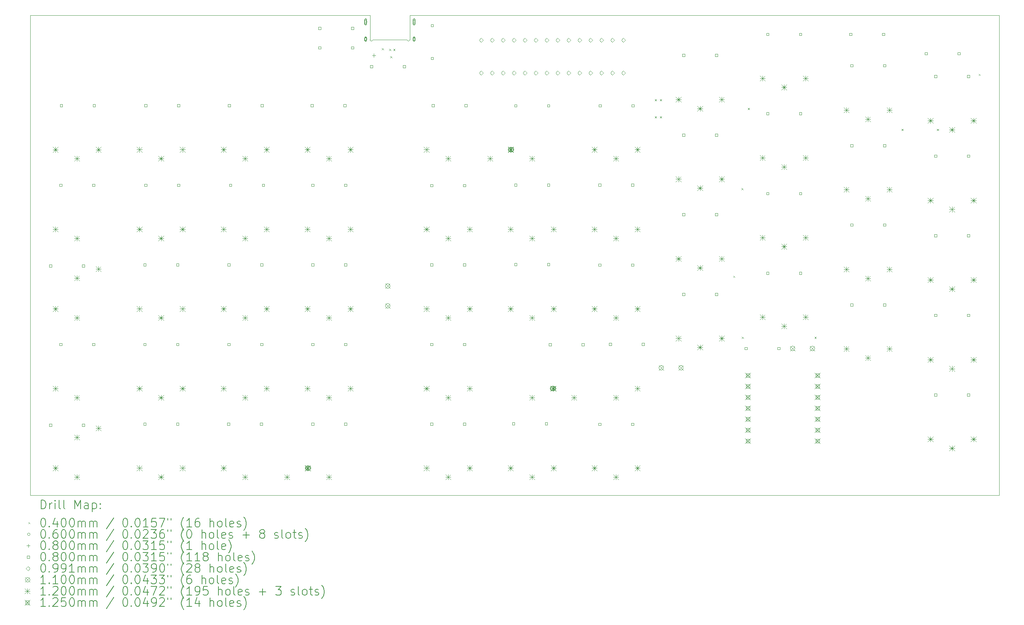
<source format=gbr>
%FSLAX45Y45*%
G04 Gerber Fmt 4.5, Leading zero omitted, Abs format (unit mm)*
G04 Created by KiCad (PCBNEW (6.0.1)) date 2022-05-08 14:53:27*
%MOMM*%
%LPD*%
G01*
G04 APERTURE LIST*
%TA.AperFunction,Profile*%
%ADD10C,0.100000*%
%TD*%
%ADD11C,0.200000*%
%ADD12C,0.040000*%
%ADD13C,0.060000*%
%ADD14C,0.080000*%
%ADD15C,0.099060*%
%ADD16C,0.110000*%
%ADD17C,0.120000*%
%ADD18C,0.125000*%
G04 APERTURE END LIST*
D10*
X32500000Y-20660000D02*
X32500000Y-9510000D01*
X17955000Y-10078250D02*
X18745000Y-10078250D01*
X18753000Y-10086250D02*
G75*
G03*
X18812000Y-10078250I29005J7648D01*
G01*
X17888000Y-9508250D02*
X10000000Y-9510000D01*
X10000000Y-9510000D02*
X10000000Y-20660000D01*
X18753000Y-10086250D02*
G75*
G03*
X18745000Y-10078250I-7904J96D01*
G01*
X17955000Y-10078250D02*
G75*
G03*
X17947000Y-10086250I113J-8113D01*
G01*
X17888000Y-9508250D02*
X17888000Y-10078250D01*
X18812000Y-9508250D02*
X18812000Y-10078250D01*
X10000000Y-20660000D02*
X32500000Y-20660000D01*
X17888000Y-10078250D02*
G75*
G03*
X17947000Y-10086250I29699J-2532D01*
G01*
X32500000Y-9510000D02*
X18812000Y-9508250D01*
D11*
D12*
X18162550Y-10272550D02*
X18202550Y-10312550D01*
X18202550Y-10272550D02*
X18162550Y-10312550D01*
X18330000Y-10293250D02*
X18370000Y-10333250D01*
X18370000Y-10293250D02*
X18330000Y-10333250D01*
X18359320Y-10459320D02*
X18399320Y-10499320D01*
X18399320Y-10459320D02*
X18359320Y-10499320D01*
X18430000Y-10293250D02*
X18470000Y-10333250D01*
X18470000Y-10293250D02*
X18430000Y-10333250D01*
X24500000Y-11460000D02*
X24540000Y-11500000D01*
X24540000Y-11460000D02*
X24500000Y-11500000D01*
X24500000Y-11860000D02*
X24540000Y-11900000D01*
X24540000Y-11860000D02*
X24500000Y-11900000D01*
X24620000Y-11460000D02*
X24660000Y-11500000D01*
X24660000Y-11460000D02*
X24620000Y-11500000D01*
X24620000Y-11860000D02*
X24660000Y-11900000D01*
X24660000Y-11860000D02*
X24620000Y-11900000D01*
X26320500Y-15560500D02*
X26360500Y-15600500D01*
X26360500Y-15560500D02*
X26320500Y-15600500D01*
X26511272Y-13523006D02*
X26551272Y-13563006D01*
X26551272Y-13523006D02*
X26511272Y-13563006D01*
X26520000Y-16980000D02*
X26560000Y-17020000D01*
X26560000Y-16980000D02*
X26520000Y-17020000D01*
X26660000Y-11660000D02*
X26700000Y-11700000D01*
X26700000Y-11660000D02*
X26660000Y-11700000D01*
X28210000Y-16980000D02*
X28250000Y-17020000D01*
X28250000Y-16980000D02*
X28210000Y-17020000D01*
X30230858Y-12149142D02*
X30270858Y-12189142D01*
X30270858Y-12149142D02*
X30230858Y-12189142D01*
X31050858Y-12149142D02*
X31090858Y-12189142D01*
X31090858Y-12149142D02*
X31050858Y-12189142D01*
X32020000Y-10870000D02*
X32060000Y-10910000D01*
X32060000Y-10870000D02*
X32020000Y-10910000D01*
D13*
X17818000Y-9663250D02*
G75*
G03*
X17818000Y-9663250I-30000J0D01*
G01*
D11*
X17808000Y-9713250D02*
X17808000Y-9613250D01*
X17768000Y-9713250D02*
X17768000Y-9613250D01*
X17808000Y-9613250D02*
G75*
G03*
X17768000Y-9613250I-20000J0D01*
G01*
X17768000Y-9713250D02*
G75*
G03*
X17808000Y-9713250I20000J0D01*
G01*
D13*
X17818000Y-9663250D02*
G75*
G03*
X17818000Y-9663250I-30000J0D01*
G01*
D11*
X17768000Y-9613250D02*
X17768000Y-9713250D01*
X17808000Y-9613250D02*
X17808000Y-9713250D01*
X17768000Y-9713250D02*
G75*
G03*
X17808000Y-9713250I20000J0D01*
G01*
X17808000Y-9613250D02*
G75*
G03*
X17768000Y-9613250I-20000J0D01*
G01*
D13*
X17818000Y-10063250D02*
G75*
G03*
X17818000Y-10063250I-30000J0D01*
G01*
D11*
X17768000Y-10033250D02*
X17768000Y-10093250D01*
X17808000Y-10033250D02*
X17808000Y-10093250D01*
X17768000Y-10093250D02*
G75*
G03*
X17808000Y-10093250I20000J0D01*
G01*
X17808000Y-10033250D02*
G75*
G03*
X17768000Y-10033250I-20000J0D01*
G01*
D13*
X17818000Y-10063250D02*
G75*
G03*
X17818000Y-10063250I-30000J0D01*
G01*
D11*
X17808000Y-10093250D02*
X17808000Y-10033250D01*
X17768000Y-10093250D02*
X17768000Y-10033250D01*
X17808000Y-10033250D02*
G75*
G03*
X17768000Y-10033250I-20000J0D01*
G01*
X17768000Y-10093250D02*
G75*
G03*
X17808000Y-10093250I20000J0D01*
G01*
D13*
X18942000Y-9663250D02*
G75*
G03*
X18942000Y-9663250I-30000J0D01*
G01*
D11*
X18932000Y-9713250D02*
X18932000Y-9613250D01*
X18892000Y-9713250D02*
X18892000Y-9613250D01*
X18932000Y-9613250D02*
G75*
G03*
X18892000Y-9613250I-20000J0D01*
G01*
X18892000Y-9713250D02*
G75*
G03*
X18932000Y-9713250I20000J0D01*
G01*
D13*
X18942000Y-9663250D02*
G75*
G03*
X18942000Y-9663250I-30000J0D01*
G01*
D11*
X18892000Y-9613250D02*
X18892000Y-9713250D01*
X18932000Y-9613250D02*
X18932000Y-9713250D01*
X18892000Y-9713250D02*
G75*
G03*
X18932000Y-9713250I20000J0D01*
G01*
X18932000Y-9613250D02*
G75*
G03*
X18892000Y-9613250I-20000J0D01*
G01*
D13*
X18942000Y-10063250D02*
G75*
G03*
X18942000Y-10063250I-30000J0D01*
G01*
D11*
X18892000Y-10033250D02*
X18892000Y-10093250D01*
X18932000Y-10033250D02*
X18932000Y-10093250D01*
X18892000Y-10093250D02*
G75*
G03*
X18932000Y-10093250I20000J0D01*
G01*
X18932000Y-10033250D02*
G75*
G03*
X18892000Y-10033250I-20000J0D01*
G01*
D13*
X18942000Y-10063250D02*
G75*
G03*
X18942000Y-10063250I-30000J0D01*
G01*
D11*
X18932000Y-10093250D02*
X18932000Y-10033250D01*
X18892000Y-10093250D02*
X18892000Y-10033250D01*
X18932000Y-10033250D02*
G75*
G03*
X18892000Y-10033250I-20000J0D01*
G01*
X18892000Y-10093250D02*
G75*
G03*
X18932000Y-10093250I20000J0D01*
G01*
D14*
X17980000Y-10402550D02*
X17980000Y-10482550D01*
X17940000Y-10442550D02*
X18020000Y-10442550D01*
X10497285Y-15358284D02*
X10497285Y-15301715D01*
X10440716Y-15301715D01*
X10440716Y-15358284D01*
X10497285Y-15358284D01*
X10497285Y-19058285D02*
X10497285Y-19001716D01*
X10440716Y-19001716D01*
X10440716Y-19058285D01*
X10497285Y-19058285D01*
X10737608Y-13483194D02*
X10737608Y-13426625D01*
X10681039Y-13426625D01*
X10681039Y-13483194D01*
X10737608Y-13483194D01*
X10737608Y-17183195D02*
X10737608Y-17126626D01*
X10681039Y-17126626D01*
X10681039Y-17183195D01*
X10737608Y-17183195D01*
X10747608Y-11633194D02*
X10747608Y-11576625D01*
X10691039Y-11576625D01*
X10691039Y-11633194D01*
X10747608Y-11633194D01*
X11259284Y-15358284D02*
X11259284Y-15301715D01*
X11202715Y-15301715D01*
X11202715Y-15358284D01*
X11259284Y-15358284D01*
X11259284Y-19058285D02*
X11259284Y-19001716D01*
X11202715Y-19001716D01*
X11202715Y-19058285D01*
X11259284Y-19058285D01*
X11499608Y-13483194D02*
X11499608Y-13426625D01*
X11443039Y-13426625D01*
X11443039Y-13483194D01*
X11499608Y-13483194D01*
X11499608Y-17183195D02*
X11499608Y-17126626D01*
X11443039Y-17126626D01*
X11443039Y-17183195D01*
X11499608Y-17183195D01*
X11509608Y-11633194D02*
X11509608Y-11576625D01*
X11453039Y-11576625D01*
X11453039Y-11633194D01*
X11509608Y-11633194D01*
X12687608Y-15333194D02*
X12687608Y-15276625D01*
X12631039Y-15276625D01*
X12631039Y-15333194D01*
X12687608Y-15333194D01*
X12687608Y-17183195D02*
X12687608Y-17126626D01*
X12631039Y-17126626D01*
X12631039Y-17183195D01*
X12687608Y-17183195D01*
X12687608Y-19033195D02*
X12687608Y-18976626D01*
X12631039Y-18976626D01*
X12631039Y-19033195D01*
X12687608Y-19033195D01*
X12706268Y-11633194D02*
X12706268Y-11576625D01*
X12649699Y-11576625D01*
X12649699Y-11633194D01*
X12706268Y-11633194D01*
X12706268Y-13483194D02*
X12706268Y-13426625D01*
X12649699Y-13426625D01*
X12649699Y-13483194D01*
X12706268Y-13483194D01*
X13449608Y-15333194D02*
X13449608Y-15276625D01*
X13393039Y-15276625D01*
X13393039Y-15333194D01*
X13449608Y-15333194D01*
X13449608Y-17183195D02*
X13449608Y-17126626D01*
X13393039Y-17126626D01*
X13393039Y-17183195D01*
X13449608Y-17183195D01*
X13449608Y-19033195D02*
X13449608Y-18976626D01*
X13393039Y-18976626D01*
X13393039Y-19033195D01*
X13449608Y-19033195D01*
X13468268Y-11633194D02*
X13468268Y-11576625D01*
X13411699Y-11576625D01*
X13411699Y-11633194D01*
X13468268Y-11633194D01*
X13468268Y-13483194D02*
X13468268Y-13426625D01*
X13411699Y-13426625D01*
X13411699Y-13483194D01*
X13468268Y-13483194D01*
X14627608Y-19033195D02*
X14627608Y-18976626D01*
X14571039Y-18976626D01*
X14571039Y-19033195D01*
X14627608Y-19033195D01*
X14637608Y-15333194D02*
X14637608Y-15276625D01*
X14581039Y-15276625D01*
X14581039Y-15333194D01*
X14637608Y-15333194D01*
X14637608Y-17183195D02*
X14637608Y-17126626D01*
X14581039Y-17126626D01*
X14581039Y-17183195D01*
X14637608Y-17183195D01*
X14647608Y-11633194D02*
X14647608Y-11576625D01*
X14591039Y-11576625D01*
X14591039Y-11633194D01*
X14647608Y-11633194D01*
X14677608Y-13483194D02*
X14677608Y-13426625D01*
X14621039Y-13426625D01*
X14621039Y-13483194D01*
X14677608Y-13483194D01*
X15389608Y-19033195D02*
X15389608Y-18976626D01*
X15333039Y-18976626D01*
X15333039Y-19033195D01*
X15389608Y-19033195D01*
X15399608Y-15333194D02*
X15399608Y-15276625D01*
X15343039Y-15276625D01*
X15343039Y-15333194D01*
X15399608Y-15333194D01*
X15399608Y-17183195D02*
X15399608Y-17126626D01*
X15343039Y-17126626D01*
X15343039Y-17183195D01*
X15399608Y-17183195D01*
X15409608Y-11633194D02*
X15409608Y-11576625D01*
X15353039Y-11576625D01*
X15353039Y-11633194D01*
X15409608Y-11633194D01*
X15439608Y-13483194D02*
X15439608Y-13426625D01*
X15383039Y-13426625D01*
X15383039Y-13483194D01*
X15439608Y-13483194D01*
X16567608Y-11633194D02*
X16567608Y-11576625D01*
X16511039Y-11576625D01*
X16511039Y-11633194D01*
X16567608Y-11633194D01*
X16587608Y-13483194D02*
X16587608Y-13426625D01*
X16531039Y-13426625D01*
X16531039Y-13483194D01*
X16587608Y-13483194D01*
X16587608Y-15333194D02*
X16587608Y-15276625D01*
X16531039Y-15276625D01*
X16531039Y-15333194D01*
X16587608Y-15333194D01*
X16587608Y-17183195D02*
X16587608Y-17126626D01*
X16531039Y-17126626D01*
X16531039Y-17183195D01*
X16587608Y-17183195D01*
X16587608Y-19033195D02*
X16587608Y-18976626D01*
X16531039Y-18976626D01*
X16531039Y-19033195D01*
X16587608Y-19033195D01*
X16747284Y-9841535D02*
X16747284Y-9784966D01*
X16690715Y-9784966D01*
X16690715Y-9841535D01*
X16747284Y-9841535D01*
X16747284Y-10291535D02*
X16747284Y-10234966D01*
X16690715Y-10234966D01*
X16690715Y-10291535D01*
X16747284Y-10291535D01*
X17329608Y-11633194D02*
X17329608Y-11576625D01*
X17273039Y-11576625D01*
X17273039Y-11633194D01*
X17329608Y-11633194D01*
X17349608Y-13483194D02*
X17349608Y-13426625D01*
X17293039Y-13426625D01*
X17293039Y-13483194D01*
X17349608Y-13483194D01*
X17349608Y-15333194D02*
X17349608Y-15276625D01*
X17293039Y-15276625D01*
X17293039Y-15333194D01*
X17349608Y-15333194D01*
X17349608Y-17183195D02*
X17349608Y-17126626D01*
X17293039Y-17126626D01*
X17293039Y-17183195D01*
X17349608Y-17183195D01*
X17349608Y-19033195D02*
X17349608Y-18976626D01*
X17293039Y-18976626D01*
X17293039Y-19033195D01*
X17349608Y-19033195D01*
X17509285Y-9841535D02*
X17509285Y-9784966D01*
X17452716Y-9784966D01*
X17452716Y-9841535D01*
X17509285Y-9841535D01*
X17509285Y-10291535D02*
X17509285Y-10234966D01*
X17452716Y-10234966D01*
X17452716Y-10291535D01*
X17509285Y-10291535D01*
X17947285Y-10728285D02*
X17947285Y-10671716D01*
X17890716Y-10671716D01*
X17890716Y-10728285D01*
X17947285Y-10728285D01*
X18709285Y-10728285D02*
X18709285Y-10671716D01*
X18652716Y-10671716D01*
X18652716Y-10728285D01*
X18709285Y-10728285D01*
X19347285Y-15333194D02*
X19347285Y-15276625D01*
X19290716Y-15276625D01*
X19290716Y-15333194D01*
X19347285Y-15333194D01*
X19347608Y-13493194D02*
X19347608Y-13436625D01*
X19291039Y-13436625D01*
X19291039Y-13493194D01*
X19347608Y-13493194D01*
X19347608Y-17183195D02*
X19347608Y-17126626D01*
X19291039Y-17126626D01*
X19291039Y-17183195D01*
X19347608Y-17183195D01*
X19347608Y-19033195D02*
X19347608Y-18976626D01*
X19291039Y-18976626D01*
X19291039Y-19033195D01*
X19347608Y-19033195D01*
X19358285Y-9777285D02*
X19358285Y-9720716D01*
X19301716Y-9720716D01*
X19301716Y-9777285D01*
X19358285Y-9777285D01*
X19358285Y-10539285D02*
X19358285Y-10482716D01*
X19301716Y-10482716D01*
X19301716Y-10539285D01*
X19358285Y-10539285D01*
X19377608Y-11633194D02*
X19377608Y-11576625D01*
X19321039Y-11576625D01*
X19321039Y-11633194D01*
X19377608Y-11633194D01*
X20109285Y-15333194D02*
X20109285Y-15276625D01*
X20052716Y-15276625D01*
X20052716Y-15333194D01*
X20109285Y-15333194D01*
X20109608Y-13493194D02*
X20109608Y-13436625D01*
X20053039Y-13436625D01*
X20053039Y-13493194D01*
X20109608Y-13493194D01*
X20109608Y-17183195D02*
X20109608Y-17126626D01*
X20053039Y-17126626D01*
X20053039Y-17183195D01*
X20109608Y-17183195D01*
X20109608Y-19033195D02*
X20109608Y-18976626D01*
X20053039Y-18976626D01*
X20053039Y-19033195D01*
X20109608Y-19033195D01*
X20139608Y-11633194D02*
X20139608Y-11576625D01*
X20083039Y-11576625D01*
X20083039Y-11633194D01*
X20139608Y-11633194D01*
X21247285Y-19028285D02*
X21247285Y-18971716D01*
X21190716Y-18971716D01*
X21190716Y-19028285D01*
X21247285Y-19028285D01*
X21297285Y-11638284D02*
X21297285Y-11581715D01*
X21240716Y-11581715D01*
X21240716Y-11638284D01*
X21297285Y-11638284D01*
X21297285Y-13478284D02*
X21297285Y-13421715D01*
X21240716Y-13421715D01*
X21240716Y-13478284D01*
X21297285Y-13478284D01*
X21297285Y-15328284D02*
X21297285Y-15271715D01*
X21240716Y-15271715D01*
X21240716Y-15328284D01*
X21297285Y-15328284D01*
X22009285Y-19028285D02*
X22009285Y-18971716D01*
X21952716Y-18971716D01*
X21952716Y-19028285D01*
X22009285Y-19028285D01*
X22059285Y-11638284D02*
X22059285Y-11581715D01*
X22002716Y-11581715D01*
X22002716Y-11638284D01*
X22059285Y-11638284D01*
X22059285Y-13478284D02*
X22059285Y-13421715D01*
X22002716Y-13421715D01*
X22002716Y-13478284D01*
X22059285Y-13478284D01*
X22059285Y-15328284D02*
X22059285Y-15271715D01*
X22002716Y-15271715D01*
X22002716Y-15328284D01*
X22059285Y-15328284D01*
X22097285Y-17188285D02*
X22097285Y-17131716D01*
X22040716Y-17131716D01*
X22040716Y-17188285D01*
X22097285Y-17188285D01*
X22859284Y-17188285D02*
X22859284Y-17131716D01*
X22802715Y-17131716D01*
X22802715Y-17188285D01*
X22859284Y-17188285D01*
X23247284Y-13478284D02*
X23247284Y-13421715D01*
X23190715Y-13421715D01*
X23190715Y-13478284D01*
X23247284Y-13478284D01*
X23247284Y-15338284D02*
X23247284Y-15281715D01*
X23190715Y-15281715D01*
X23190715Y-15338284D01*
X23247284Y-15338284D01*
X23247284Y-19038285D02*
X23247284Y-18981716D01*
X23190715Y-18981716D01*
X23190715Y-19038285D01*
X23247284Y-19038285D01*
X23257284Y-11638284D02*
X23257284Y-11581715D01*
X23200715Y-11581715D01*
X23200715Y-11638284D01*
X23257284Y-11638284D01*
X23497284Y-17178285D02*
X23497284Y-17121716D01*
X23440715Y-17121716D01*
X23440715Y-17178285D01*
X23497284Y-17178285D01*
X24009284Y-13478284D02*
X24009284Y-13421715D01*
X23952715Y-13421715D01*
X23952715Y-13478284D01*
X24009284Y-13478284D01*
X24009284Y-15338284D02*
X24009284Y-15281715D01*
X23952715Y-15281715D01*
X23952715Y-15338284D01*
X24009284Y-15338284D01*
X24009284Y-19038285D02*
X24009284Y-18981716D01*
X23952715Y-18981716D01*
X23952715Y-19038285D01*
X24009284Y-19038285D01*
X24019284Y-11638284D02*
X24019284Y-11581715D01*
X23962715Y-11581715D01*
X23962715Y-11638284D01*
X24019284Y-11638284D01*
X24259284Y-17178285D02*
X24259284Y-17121716D01*
X24202715Y-17121716D01*
X24202715Y-17178285D01*
X24259284Y-17178285D01*
X25197284Y-10468285D02*
X25197284Y-10411716D01*
X25140715Y-10411716D01*
X25140715Y-10468285D01*
X25197284Y-10468285D01*
X25197284Y-12318284D02*
X25197284Y-12261715D01*
X25140715Y-12261715D01*
X25140715Y-12318284D01*
X25197284Y-12318284D01*
X25197284Y-14168284D02*
X25197284Y-14111715D01*
X25140715Y-14111715D01*
X25140715Y-14168284D01*
X25197284Y-14168284D01*
X25197284Y-16018284D02*
X25197284Y-15961715D01*
X25140715Y-15961715D01*
X25140715Y-16018284D01*
X25197284Y-16018284D01*
X25959284Y-10468285D02*
X25959284Y-10411716D01*
X25902715Y-10411716D01*
X25902715Y-10468285D01*
X25959284Y-10468285D01*
X25959284Y-12318284D02*
X25959284Y-12261715D01*
X25902715Y-12261715D01*
X25902715Y-12318284D01*
X25959284Y-12318284D01*
X25959284Y-14168284D02*
X25959284Y-14111715D01*
X25902715Y-14111715D01*
X25902715Y-14168284D01*
X25959284Y-14168284D01*
X25959284Y-16018284D02*
X25959284Y-15961715D01*
X25902715Y-15961715D01*
X25902715Y-16018284D01*
X25959284Y-16018284D01*
X26647284Y-17278285D02*
X26647284Y-17221716D01*
X26590715Y-17221716D01*
X26590715Y-17278285D01*
X26647284Y-17278285D01*
X27147284Y-9978285D02*
X27147284Y-9921716D01*
X27090715Y-9921716D01*
X27090715Y-9978285D01*
X27147284Y-9978285D01*
X27147284Y-11818284D02*
X27147284Y-11761715D01*
X27090715Y-11761715D01*
X27090715Y-11818284D01*
X27147284Y-11818284D01*
X27147284Y-13678284D02*
X27147284Y-13621715D01*
X27090715Y-13621715D01*
X27090715Y-13678284D01*
X27147284Y-13678284D01*
X27147284Y-15528284D02*
X27147284Y-15471715D01*
X27090715Y-15471715D01*
X27090715Y-15528284D01*
X27147284Y-15528284D01*
X27409284Y-17278285D02*
X27409284Y-17221716D01*
X27352715Y-17221716D01*
X27352715Y-17278285D01*
X27409284Y-17278285D01*
X27909284Y-9978285D02*
X27909284Y-9921716D01*
X27852715Y-9921716D01*
X27852715Y-9978285D01*
X27909284Y-9978285D01*
X27909284Y-11818284D02*
X27909284Y-11761715D01*
X27852715Y-11761715D01*
X27852715Y-11818284D01*
X27909284Y-11818284D01*
X27909284Y-13678284D02*
X27909284Y-13621715D01*
X27852715Y-13621715D01*
X27852715Y-13678284D01*
X27909284Y-13678284D01*
X27909284Y-15528284D02*
X27909284Y-15471715D01*
X27852715Y-15471715D01*
X27852715Y-15528284D01*
X27909284Y-15528284D01*
X29077284Y-9978285D02*
X29077284Y-9921716D01*
X29020715Y-9921716D01*
X29020715Y-9978285D01*
X29077284Y-9978285D01*
X29097284Y-10708285D02*
X29097284Y-10651716D01*
X29040715Y-10651716D01*
X29040715Y-10708285D01*
X29097284Y-10708285D01*
X29097284Y-12568284D02*
X29097284Y-12511715D01*
X29040715Y-12511715D01*
X29040715Y-12568284D01*
X29097284Y-12568284D01*
X29097284Y-14408284D02*
X29097284Y-14351715D01*
X29040715Y-14351715D01*
X29040715Y-14408284D01*
X29097284Y-14408284D01*
X29097284Y-16268284D02*
X29097284Y-16211715D01*
X29040715Y-16211715D01*
X29040715Y-16268284D01*
X29097284Y-16268284D01*
X29839284Y-9978285D02*
X29839284Y-9921716D01*
X29782715Y-9921716D01*
X29782715Y-9978285D01*
X29839284Y-9978285D01*
X29859284Y-10708285D02*
X29859284Y-10651716D01*
X29802715Y-10651716D01*
X29802715Y-10708285D01*
X29859284Y-10708285D01*
X29859284Y-12568284D02*
X29859284Y-12511715D01*
X29802715Y-12511715D01*
X29802715Y-12568284D01*
X29859284Y-12568284D01*
X29859284Y-14408284D02*
X29859284Y-14351715D01*
X29802715Y-14351715D01*
X29802715Y-14408284D01*
X29859284Y-14408284D01*
X29859284Y-16268284D02*
X29859284Y-16211715D01*
X29802715Y-16211715D01*
X29802715Y-16268284D01*
X29859284Y-16268284D01*
X30826284Y-10428285D02*
X30826284Y-10371716D01*
X30769715Y-10371716D01*
X30769715Y-10428285D01*
X30826284Y-10428285D01*
X31047284Y-10958285D02*
X31047284Y-10901716D01*
X30990715Y-10901716D01*
X30990715Y-10958285D01*
X31047284Y-10958285D01*
X31047284Y-12808284D02*
X31047284Y-12751715D01*
X30990715Y-12751715D01*
X30990715Y-12808284D01*
X31047284Y-12808284D01*
X31047284Y-14658284D02*
X31047284Y-14601715D01*
X30990715Y-14601715D01*
X30990715Y-14658284D01*
X31047284Y-14658284D01*
X31047284Y-16508284D02*
X31047284Y-16451715D01*
X30990715Y-16451715D01*
X30990715Y-16508284D01*
X31047284Y-16508284D01*
X31047284Y-18358285D02*
X31047284Y-18301716D01*
X30990715Y-18301716D01*
X30990715Y-18358285D01*
X31047284Y-18358285D01*
X31588284Y-10428285D02*
X31588284Y-10371716D01*
X31531715Y-10371716D01*
X31531715Y-10428285D01*
X31588284Y-10428285D01*
X31809284Y-10958285D02*
X31809284Y-10901716D01*
X31752715Y-10901716D01*
X31752715Y-10958285D01*
X31809284Y-10958285D01*
X31809284Y-12808284D02*
X31809284Y-12751715D01*
X31752715Y-12751715D01*
X31752715Y-12808284D01*
X31809284Y-12808284D01*
X31809284Y-14658284D02*
X31809284Y-14601715D01*
X31752715Y-14601715D01*
X31752715Y-14658284D01*
X31809284Y-14658284D01*
X31809284Y-16508284D02*
X31809284Y-16451715D01*
X31752715Y-16451715D01*
X31752715Y-16508284D01*
X31809284Y-16508284D01*
X31809284Y-18358285D02*
X31809284Y-18301716D01*
X31752715Y-18301716D01*
X31752715Y-18358285D01*
X31809284Y-18358285D01*
D15*
X20469000Y-10138530D02*
X20518530Y-10089000D01*
X20469000Y-10039470D01*
X20419470Y-10089000D01*
X20469000Y-10138530D01*
X20469000Y-10900530D02*
X20518530Y-10851000D01*
X20469000Y-10801470D01*
X20419470Y-10851000D01*
X20469000Y-10900530D01*
X20723000Y-10138530D02*
X20772530Y-10089000D01*
X20723000Y-10039470D01*
X20673470Y-10089000D01*
X20723000Y-10138530D01*
X20723000Y-10900530D02*
X20772530Y-10851000D01*
X20723000Y-10801470D01*
X20673470Y-10851000D01*
X20723000Y-10900530D01*
X20977000Y-10138530D02*
X21026530Y-10089000D01*
X20977000Y-10039470D01*
X20927470Y-10089000D01*
X20977000Y-10138530D01*
X20977000Y-10900530D02*
X21026530Y-10851000D01*
X20977000Y-10801470D01*
X20927470Y-10851000D01*
X20977000Y-10900530D01*
X21231000Y-10138530D02*
X21280530Y-10089000D01*
X21231000Y-10039470D01*
X21181470Y-10089000D01*
X21231000Y-10138530D01*
X21231000Y-10900530D02*
X21280530Y-10851000D01*
X21231000Y-10801470D01*
X21181470Y-10851000D01*
X21231000Y-10900530D01*
X21485000Y-10138530D02*
X21534530Y-10089000D01*
X21485000Y-10039470D01*
X21435470Y-10089000D01*
X21485000Y-10138530D01*
X21485000Y-10900530D02*
X21534530Y-10851000D01*
X21485000Y-10801470D01*
X21435470Y-10851000D01*
X21485000Y-10900530D01*
X21739000Y-10138530D02*
X21788530Y-10089000D01*
X21739000Y-10039470D01*
X21689470Y-10089000D01*
X21739000Y-10138530D01*
X21739000Y-10900530D02*
X21788530Y-10851000D01*
X21739000Y-10801470D01*
X21689470Y-10851000D01*
X21739000Y-10900530D01*
X21993000Y-10138530D02*
X22042530Y-10089000D01*
X21993000Y-10039470D01*
X21943470Y-10089000D01*
X21993000Y-10138530D01*
X21993000Y-10900530D02*
X22042530Y-10851000D01*
X21993000Y-10801470D01*
X21943470Y-10851000D01*
X21993000Y-10900530D01*
X22247000Y-10138530D02*
X22296530Y-10089000D01*
X22247000Y-10039470D01*
X22197470Y-10089000D01*
X22247000Y-10138530D01*
X22247000Y-10900530D02*
X22296530Y-10851000D01*
X22247000Y-10801470D01*
X22197470Y-10851000D01*
X22247000Y-10900530D01*
X22501000Y-10138530D02*
X22550530Y-10089000D01*
X22501000Y-10039470D01*
X22451470Y-10089000D01*
X22501000Y-10138530D01*
X22501000Y-10900530D02*
X22550530Y-10851000D01*
X22501000Y-10801470D01*
X22451470Y-10851000D01*
X22501000Y-10900530D01*
X22755000Y-10138530D02*
X22804530Y-10089000D01*
X22755000Y-10039470D01*
X22705470Y-10089000D01*
X22755000Y-10138530D01*
X22755000Y-10900530D02*
X22804530Y-10851000D01*
X22755000Y-10801470D01*
X22705470Y-10851000D01*
X22755000Y-10900530D01*
X23009000Y-10138530D02*
X23058530Y-10089000D01*
X23009000Y-10039470D01*
X22959470Y-10089000D01*
X23009000Y-10138530D01*
X23009000Y-10900530D02*
X23058530Y-10851000D01*
X23009000Y-10801470D01*
X22959470Y-10851000D01*
X23009000Y-10900530D01*
X23263000Y-10138530D02*
X23312530Y-10089000D01*
X23263000Y-10039470D01*
X23213470Y-10089000D01*
X23263000Y-10138530D01*
X23263000Y-10900530D02*
X23312530Y-10851000D01*
X23263000Y-10801470D01*
X23213470Y-10851000D01*
X23263000Y-10900530D01*
X23517000Y-10138530D02*
X23566530Y-10089000D01*
X23517000Y-10039470D01*
X23467470Y-10089000D01*
X23517000Y-10138530D01*
X23517000Y-10900530D02*
X23566530Y-10851000D01*
X23517000Y-10801470D01*
X23467470Y-10851000D01*
X23517000Y-10900530D01*
X23771000Y-10138530D02*
X23820530Y-10089000D01*
X23771000Y-10039470D01*
X23721470Y-10089000D01*
X23771000Y-10138530D01*
X23771000Y-10900530D02*
X23820530Y-10851000D01*
X23771000Y-10801470D01*
X23721470Y-10851000D01*
X23771000Y-10900530D01*
D16*
X18245000Y-15745000D02*
X18355000Y-15855000D01*
X18355000Y-15745000D02*
X18245000Y-15855000D01*
X18355000Y-15800000D02*
G75*
G03*
X18355000Y-15800000I-55000J0D01*
G01*
X18245000Y-16205000D02*
X18355000Y-16315000D01*
X18355000Y-16205000D02*
X18245000Y-16315000D01*
X18355000Y-16260000D02*
G75*
G03*
X18355000Y-16260000I-55000J0D01*
G01*
X24595000Y-17645000D02*
X24705000Y-17755000D01*
X24705000Y-17645000D02*
X24595000Y-17755000D01*
X24705000Y-17700000D02*
G75*
G03*
X24705000Y-17700000I-55000J0D01*
G01*
X25055000Y-17645000D02*
X25165000Y-17755000D01*
X25165000Y-17645000D02*
X25055000Y-17755000D01*
X25165000Y-17700000D02*
G75*
G03*
X25165000Y-17700000I-55000J0D01*
G01*
X27645000Y-17195000D02*
X27755000Y-17305000D01*
X27755000Y-17195000D02*
X27645000Y-17305000D01*
X27755000Y-17250000D02*
G75*
G03*
X27755000Y-17250000I-55000J0D01*
G01*
X28105000Y-17195000D02*
X28215000Y-17305000D01*
X28215000Y-17195000D02*
X28105000Y-17305000D01*
X28215000Y-17250000D02*
G75*
G03*
X28215000Y-17250000I-55000J0D01*
G01*
D17*
X10525884Y-12571000D02*
X10645884Y-12691000D01*
X10645884Y-12571000D02*
X10525884Y-12691000D01*
X10585884Y-12571000D02*
X10585884Y-12691000D01*
X10525884Y-12631000D02*
X10645884Y-12631000D01*
X10525884Y-16270000D02*
X10645884Y-16390000D01*
X10645884Y-16270000D02*
X10525884Y-16390000D01*
X10585884Y-16270000D02*
X10585884Y-16390000D01*
X10525884Y-16330000D02*
X10645884Y-16330000D01*
X10525884Y-18120000D02*
X10645884Y-18240000D01*
X10645884Y-18120000D02*
X10525884Y-18240000D01*
X10585884Y-18120000D02*
X10585884Y-18240000D01*
X10525884Y-18180000D02*
X10645884Y-18180000D01*
X10525884Y-19970000D02*
X10645884Y-20090000D01*
X10645884Y-19970000D02*
X10525884Y-20090000D01*
X10585884Y-19970000D02*
X10585884Y-20090000D01*
X10525884Y-20030000D02*
X10645884Y-20030000D01*
X10526884Y-14420000D02*
X10646884Y-14540000D01*
X10646884Y-14420000D02*
X10526884Y-14540000D01*
X10586884Y-14420000D02*
X10586884Y-14540000D01*
X10526884Y-14480000D02*
X10646884Y-14480000D01*
X11025884Y-12781000D02*
X11145884Y-12901000D01*
X11145884Y-12781000D02*
X11025884Y-12901000D01*
X11085884Y-12781000D02*
X11085884Y-12901000D01*
X11025884Y-12841000D02*
X11145884Y-12841000D01*
X11025884Y-12781000D02*
X11145884Y-12901000D01*
X11145884Y-12781000D02*
X11025884Y-12901000D01*
X11085884Y-12781000D02*
X11085884Y-12901000D01*
X11025884Y-12841000D02*
X11145884Y-12841000D01*
X11025884Y-15555000D02*
X11145884Y-15675000D01*
X11145884Y-15555000D02*
X11025884Y-15675000D01*
X11085884Y-15555000D02*
X11085884Y-15675000D01*
X11025884Y-15615000D02*
X11145884Y-15615000D01*
X11025884Y-16480000D02*
X11145884Y-16600000D01*
X11145884Y-16480000D02*
X11025884Y-16600000D01*
X11085884Y-16480000D02*
X11085884Y-16600000D01*
X11025884Y-16540000D02*
X11145884Y-16540000D01*
X11025884Y-18330000D02*
X11145884Y-18450000D01*
X11145884Y-18330000D02*
X11025884Y-18450000D01*
X11085884Y-18330000D02*
X11085884Y-18450000D01*
X11025884Y-18390000D02*
X11145884Y-18390000D01*
X11025884Y-19255000D02*
X11145884Y-19375000D01*
X11145884Y-19255000D02*
X11025884Y-19375000D01*
X11085884Y-19255000D02*
X11085884Y-19375000D01*
X11025884Y-19315000D02*
X11145884Y-19315000D01*
X11025884Y-20180000D02*
X11145884Y-20300000D01*
X11145884Y-20180000D02*
X11025884Y-20300000D01*
X11085884Y-20180000D02*
X11085884Y-20300000D01*
X11025884Y-20240000D02*
X11145884Y-20240000D01*
X11026884Y-14630000D02*
X11146884Y-14750000D01*
X11146884Y-14630000D02*
X11026884Y-14750000D01*
X11086884Y-14630000D02*
X11086884Y-14750000D01*
X11026884Y-14690000D02*
X11146884Y-14690000D01*
X11525884Y-12571000D02*
X11645884Y-12691000D01*
X11645884Y-12571000D02*
X11525884Y-12691000D01*
X11585884Y-12571000D02*
X11585884Y-12691000D01*
X11525884Y-12631000D02*
X11645884Y-12631000D01*
X11525884Y-15345000D02*
X11645884Y-15465000D01*
X11645884Y-15345000D02*
X11525884Y-15465000D01*
X11585884Y-15345000D02*
X11585884Y-15465000D01*
X11525884Y-15405000D02*
X11645884Y-15405000D01*
X11525884Y-19045000D02*
X11645884Y-19165000D01*
X11645884Y-19045000D02*
X11525884Y-19165000D01*
X11585884Y-19045000D02*
X11585884Y-19165000D01*
X11525884Y-19105000D02*
X11645884Y-19105000D01*
X12475884Y-12570000D02*
X12595884Y-12690000D01*
X12595884Y-12570000D02*
X12475884Y-12690000D01*
X12535884Y-12570000D02*
X12535884Y-12690000D01*
X12475884Y-12630000D02*
X12595884Y-12630000D01*
X12475884Y-14420000D02*
X12595884Y-14540000D01*
X12595884Y-14420000D02*
X12475884Y-14540000D01*
X12535884Y-14420000D02*
X12535884Y-14540000D01*
X12475884Y-14480000D02*
X12595884Y-14480000D01*
X12475884Y-16270000D02*
X12595884Y-16390000D01*
X12595884Y-16270000D02*
X12475884Y-16390000D01*
X12535884Y-16270000D02*
X12535884Y-16390000D01*
X12475884Y-16330000D02*
X12595884Y-16330000D01*
X12475884Y-18120000D02*
X12595884Y-18240000D01*
X12595884Y-18120000D02*
X12475884Y-18240000D01*
X12535884Y-18120000D02*
X12535884Y-18240000D01*
X12475884Y-18180000D02*
X12595884Y-18180000D01*
X12475884Y-19970000D02*
X12595884Y-20090000D01*
X12595884Y-19970000D02*
X12475884Y-20090000D01*
X12535884Y-19970000D02*
X12535884Y-20090000D01*
X12475884Y-20030000D02*
X12595884Y-20030000D01*
X12975884Y-12780000D02*
X13095884Y-12900000D01*
X13095884Y-12780000D02*
X12975884Y-12900000D01*
X13035884Y-12780000D02*
X13035884Y-12900000D01*
X12975884Y-12840000D02*
X13095884Y-12840000D01*
X12975884Y-12780000D02*
X13095884Y-12900000D01*
X13095884Y-12780000D02*
X12975884Y-12900000D01*
X13035884Y-12780000D02*
X13035884Y-12900000D01*
X12975884Y-12840000D02*
X13095884Y-12840000D01*
X12975884Y-14630000D02*
X13095884Y-14750000D01*
X13095884Y-14630000D02*
X12975884Y-14750000D01*
X13035884Y-14630000D02*
X13035884Y-14750000D01*
X12975884Y-14690000D02*
X13095884Y-14690000D01*
X12975884Y-14630000D02*
X13095884Y-14750000D01*
X13095884Y-14630000D02*
X12975884Y-14750000D01*
X13035884Y-14630000D02*
X13035884Y-14750000D01*
X12975884Y-14690000D02*
X13095884Y-14690000D01*
X12975884Y-16480000D02*
X13095884Y-16600000D01*
X13095884Y-16480000D02*
X12975884Y-16600000D01*
X13035884Y-16480000D02*
X13035884Y-16600000D01*
X12975884Y-16540000D02*
X13095884Y-16540000D01*
X12975884Y-16480000D02*
X13095884Y-16600000D01*
X13095884Y-16480000D02*
X12975884Y-16600000D01*
X13035884Y-16480000D02*
X13035884Y-16600000D01*
X12975884Y-16540000D02*
X13095884Y-16540000D01*
X12975884Y-18330000D02*
X13095884Y-18450000D01*
X13095884Y-18330000D02*
X12975884Y-18450000D01*
X13035884Y-18330000D02*
X13035884Y-18450000D01*
X12975884Y-18390000D02*
X13095884Y-18390000D01*
X12975884Y-18330000D02*
X13095884Y-18450000D01*
X13095884Y-18330000D02*
X12975884Y-18450000D01*
X13035884Y-18330000D02*
X13035884Y-18450000D01*
X12975884Y-18390000D02*
X13095884Y-18390000D01*
X12975884Y-20180000D02*
X13095884Y-20300000D01*
X13095884Y-20180000D02*
X12975884Y-20300000D01*
X13035884Y-20180000D02*
X13035884Y-20300000D01*
X12975884Y-20240000D02*
X13095884Y-20240000D01*
X12975884Y-20180000D02*
X13095884Y-20300000D01*
X13095884Y-20180000D02*
X12975884Y-20300000D01*
X13035884Y-20180000D02*
X13035884Y-20300000D01*
X12975884Y-20240000D02*
X13095884Y-20240000D01*
X13475884Y-12570000D02*
X13595884Y-12690000D01*
X13595884Y-12570000D02*
X13475884Y-12690000D01*
X13535884Y-12570000D02*
X13535884Y-12690000D01*
X13475884Y-12630000D02*
X13595884Y-12630000D01*
X13475884Y-14420000D02*
X13595884Y-14540000D01*
X13595884Y-14420000D02*
X13475884Y-14540000D01*
X13535884Y-14420000D02*
X13535884Y-14540000D01*
X13475884Y-14480000D02*
X13595884Y-14480000D01*
X13475884Y-16270000D02*
X13595884Y-16390000D01*
X13595884Y-16270000D02*
X13475884Y-16390000D01*
X13535884Y-16270000D02*
X13535884Y-16390000D01*
X13475884Y-16330000D02*
X13595884Y-16330000D01*
X13475884Y-18120000D02*
X13595884Y-18240000D01*
X13595884Y-18120000D02*
X13475884Y-18240000D01*
X13535884Y-18120000D02*
X13535884Y-18240000D01*
X13475884Y-18180000D02*
X13595884Y-18180000D01*
X13475884Y-19970000D02*
X13595884Y-20090000D01*
X13595884Y-19970000D02*
X13475884Y-20090000D01*
X13535884Y-19970000D02*
X13535884Y-20090000D01*
X13475884Y-20030000D02*
X13595884Y-20030000D01*
X14425884Y-12570000D02*
X14545884Y-12690000D01*
X14545884Y-12570000D02*
X14425884Y-12690000D01*
X14485884Y-12570000D02*
X14485884Y-12690000D01*
X14425884Y-12630000D02*
X14545884Y-12630000D01*
X14425884Y-14420000D02*
X14545884Y-14540000D01*
X14545884Y-14420000D02*
X14425884Y-14540000D01*
X14485884Y-14420000D02*
X14485884Y-14540000D01*
X14425884Y-14480000D02*
X14545884Y-14480000D01*
X14425884Y-16270000D02*
X14545884Y-16390000D01*
X14545884Y-16270000D02*
X14425884Y-16390000D01*
X14485884Y-16270000D02*
X14485884Y-16390000D01*
X14425884Y-16330000D02*
X14545884Y-16330000D01*
X14425884Y-18120000D02*
X14545884Y-18240000D01*
X14545884Y-18120000D02*
X14425884Y-18240000D01*
X14485884Y-18120000D02*
X14485884Y-18240000D01*
X14425884Y-18180000D02*
X14545884Y-18180000D01*
X14425884Y-19970000D02*
X14545884Y-20090000D01*
X14545884Y-19970000D02*
X14425884Y-20090000D01*
X14485884Y-19970000D02*
X14485884Y-20090000D01*
X14425884Y-20030000D02*
X14545884Y-20030000D01*
X14925884Y-12780000D02*
X15045884Y-12900000D01*
X15045884Y-12780000D02*
X14925884Y-12900000D01*
X14985884Y-12780000D02*
X14985884Y-12900000D01*
X14925884Y-12840000D02*
X15045884Y-12840000D01*
X14925884Y-12780000D02*
X15045884Y-12900000D01*
X15045884Y-12780000D02*
X14925884Y-12900000D01*
X14985884Y-12780000D02*
X14985884Y-12900000D01*
X14925884Y-12840000D02*
X15045884Y-12840000D01*
X14925884Y-14630000D02*
X15045884Y-14750000D01*
X15045884Y-14630000D02*
X14925884Y-14750000D01*
X14985884Y-14630000D02*
X14985884Y-14750000D01*
X14925884Y-14690000D02*
X15045884Y-14690000D01*
X14925884Y-14630000D02*
X15045884Y-14750000D01*
X15045884Y-14630000D02*
X14925884Y-14750000D01*
X14985884Y-14630000D02*
X14985884Y-14750000D01*
X14925884Y-14690000D02*
X15045884Y-14690000D01*
X14925884Y-16480000D02*
X15045884Y-16600000D01*
X15045884Y-16480000D02*
X14925884Y-16600000D01*
X14985884Y-16480000D02*
X14985884Y-16600000D01*
X14925884Y-16540000D02*
X15045884Y-16540000D01*
X14925884Y-16480000D02*
X15045884Y-16600000D01*
X15045884Y-16480000D02*
X14925884Y-16600000D01*
X14985884Y-16480000D02*
X14985884Y-16600000D01*
X14925884Y-16540000D02*
X15045884Y-16540000D01*
X14925884Y-18330000D02*
X15045884Y-18450000D01*
X15045884Y-18330000D02*
X14925884Y-18450000D01*
X14985884Y-18330000D02*
X14985884Y-18450000D01*
X14925884Y-18390000D02*
X15045884Y-18390000D01*
X14925884Y-18330000D02*
X15045884Y-18450000D01*
X15045884Y-18330000D02*
X14925884Y-18450000D01*
X14985884Y-18330000D02*
X14985884Y-18450000D01*
X14925884Y-18390000D02*
X15045884Y-18390000D01*
X14925884Y-20180000D02*
X15045884Y-20300000D01*
X15045884Y-20180000D02*
X14925884Y-20300000D01*
X14985884Y-20180000D02*
X14985884Y-20300000D01*
X14925884Y-20240000D02*
X15045884Y-20240000D01*
X15425884Y-12570000D02*
X15545884Y-12690000D01*
X15545884Y-12570000D02*
X15425884Y-12690000D01*
X15485884Y-12570000D02*
X15485884Y-12690000D01*
X15425884Y-12630000D02*
X15545884Y-12630000D01*
X15425884Y-14420000D02*
X15545884Y-14540000D01*
X15545884Y-14420000D02*
X15425884Y-14540000D01*
X15485884Y-14420000D02*
X15485884Y-14540000D01*
X15425884Y-14480000D02*
X15545884Y-14480000D01*
X15425884Y-16270000D02*
X15545884Y-16390000D01*
X15545884Y-16270000D02*
X15425884Y-16390000D01*
X15485884Y-16270000D02*
X15485884Y-16390000D01*
X15425884Y-16330000D02*
X15545884Y-16330000D01*
X15425884Y-18120000D02*
X15545884Y-18240000D01*
X15545884Y-18120000D02*
X15425884Y-18240000D01*
X15485884Y-18120000D02*
X15485884Y-18240000D01*
X15425884Y-18180000D02*
X15545884Y-18180000D01*
X15900884Y-20180000D02*
X16020884Y-20300000D01*
X16020884Y-20180000D02*
X15900884Y-20300000D01*
X15960884Y-20180000D02*
X15960884Y-20300000D01*
X15900884Y-20240000D02*
X16020884Y-20240000D01*
X16375884Y-12570000D02*
X16495884Y-12690000D01*
X16495884Y-12570000D02*
X16375884Y-12690000D01*
X16435884Y-12570000D02*
X16435884Y-12690000D01*
X16375884Y-12630000D02*
X16495884Y-12630000D01*
X16375884Y-14420000D02*
X16495884Y-14540000D01*
X16495884Y-14420000D02*
X16375884Y-14540000D01*
X16435884Y-14420000D02*
X16435884Y-14540000D01*
X16375884Y-14480000D02*
X16495884Y-14480000D01*
X16375884Y-16270000D02*
X16495884Y-16390000D01*
X16495884Y-16270000D02*
X16375884Y-16390000D01*
X16435884Y-16270000D02*
X16435884Y-16390000D01*
X16375884Y-16330000D02*
X16495884Y-16330000D01*
X16375884Y-18120000D02*
X16495884Y-18240000D01*
X16495884Y-18120000D02*
X16375884Y-18240000D01*
X16435884Y-18120000D02*
X16435884Y-18240000D01*
X16375884Y-18180000D02*
X16495884Y-18180000D01*
X16375884Y-19970000D02*
X16495884Y-20090000D01*
X16495884Y-19970000D02*
X16375884Y-20090000D01*
X16435884Y-19970000D02*
X16435884Y-20090000D01*
X16375884Y-20030000D02*
X16495884Y-20030000D01*
X16388384Y-19970000D02*
X16508384Y-20090000D01*
X16508384Y-19970000D02*
X16388384Y-20090000D01*
X16448384Y-19970000D02*
X16448384Y-20090000D01*
X16388384Y-20030000D02*
X16508384Y-20030000D01*
D11*
X16435884Y-20080000D02*
X16460884Y-20080000D01*
X16435884Y-19980000D02*
X16460884Y-19980000D01*
X16460884Y-20080000D02*
G75*
G03*
X16460884Y-19980000I0J50000D01*
G01*
X16435884Y-19980000D02*
G75*
G03*
X16435884Y-20080000I0J-50000D01*
G01*
D17*
X16875884Y-12780000D02*
X16995884Y-12900000D01*
X16995884Y-12780000D02*
X16875884Y-12900000D01*
X16935884Y-12780000D02*
X16935884Y-12900000D01*
X16875884Y-12840000D02*
X16995884Y-12840000D01*
X16875884Y-12780000D02*
X16995884Y-12900000D01*
X16995884Y-12780000D02*
X16875884Y-12900000D01*
X16935884Y-12780000D02*
X16935884Y-12900000D01*
X16875884Y-12840000D02*
X16995884Y-12840000D01*
X16875884Y-14630000D02*
X16995884Y-14750000D01*
X16995884Y-14630000D02*
X16875884Y-14750000D01*
X16935884Y-14630000D02*
X16935884Y-14750000D01*
X16875884Y-14690000D02*
X16995884Y-14690000D01*
X16875884Y-14630000D02*
X16995884Y-14750000D01*
X16995884Y-14630000D02*
X16875884Y-14750000D01*
X16935884Y-14630000D02*
X16935884Y-14750000D01*
X16875884Y-14690000D02*
X16995884Y-14690000D01*
X16875884Y-16480000D02*
X16995884Y-16600000D01*
X16995884Y-16480000D02*
X16875884Y-16600000D01*
X16935884Y-16480000D02*
X16935884Y-16600000D01*
X16875884Y-16540000D02*
X16995884Y-16540000D01*
X16875884Y-16480000D02*
X16995884Y-16600000D01*
X16995884Y-16480000D02*
X16875884Y-16600000D01*
X16935884Y-16480000D02*
X16935884Y-16600000D01*
X16875884Y-16540000D02*
X16995884Y-16540000D01*
X16875884Y-18330000D02*
X16995884Y-18450000D01*
X16995884Y-18330000D02*
X16875884Y-18450000D01*
X16935884Y-18330000D02*
X16935884Y-18450000D01*
X16875884Y-18390000D02*
X16995884Y-18390000D01*
X16875884Y-18330000D02*
X16995884Y-18450000D01*
X16995884Y-18330000D02*
X16875884Y-18450000D01*
X16935884Y-18330000D02*
X16935884Y-18450000D01*
X16875884Y-18390000D02*
X16995884Y-18390000D01*
X16875884Y-20180000D02*
X16995884Y-20300000D01*
X16995884Y-20180000D02*
X16875884Y-20300000D01*
X16935884Y-20180000D02*
X16935884Y-20300000D01*
X16875884Y-20240000D02*
X16995884Y-20240000D01*
X17375884Y-12570000D02*
X17495884Y-12690000D01*
X17495884Y-12570000D02*
X17375884Y-12690000D01*
X17435884Y-12570000D02*
X17435884Y-12690000D01*
X17375884Y-12630000D02*
X17495884Y-12630000D01*
X17375884Y-14420000D02*
X17495884Y-14540000D01*
X17495884Y-14420000D02*
X17375884Y-14540000D01*
X17435884Y-14420000D02*
X17435884Y-14540000D01*
X17375884Y-14480000D02*
X17495884Y-14480000D01*
X17375884Y-16270000D02*
X17495884Y-16390000D01*
X17495884Y-16270000D02*
X17375884Y-16390000D01*
X17435884Y-16270000D02*
X17435884Y-16390000D01*
X17375884Y-16330000D02*
X17495884Y-16330000D01*
X17375884Y-18120000D02*
X17495884Y-18240000D01*
X17495884Y-18120000D02*
X17375884Y-18240000D01*
X17435884Y-18120000D02*
X17435884Y-18240000D01*
X17375884Y-18180000D02*
X17495884Y-18180000D01*
X19140000Y-12570000D02*
X19260000Y-12690000D01*
X19260000Y-12570000D02*
X19140000Y-12690000D01*
X19200000Y-12570000D02*
X19200000Y-12690000D01*
X19140000Y-12630000D02*
X19260000Y-12630000D01*
X19140000Y-14420000D02*
X19260000Y-14540000D01*
X19260000Y-14420000D02*
X19140000Y-14540000D01*
X19200000Y-14420000D02*
X19200000Y-14540000D01*
X19140000Y-14480000D02*
X19260000Y-14480000D01*
X19140000Y-16270000D02*
X19260000Y-16390000D01*
X19260000Y-16270000D02*
X19140000Y-16390000D01*
X19200000Y-16270000D02*
X19200000Y-16390000D01*
X19140000Y-16330000D02*
X19260000Y-16330000D01*
X19140000Y-18120000D02*
X19260000Y-18240000D01*
X19260000Y-18120000D02*
X19140000Y-18240000D01*
X19200000Y-18120000D02*
X19200000Y-18240000D01*
X19140000Y-18180000D02*
X19260000Y-18180000D01*
X19140000Y-19970000D02*
X19260000Y-20090000D01*
X19260000Y-19970000D02*
X19140000Y-20090000D01*
X19200000Y-19970000D02*
X19200000Y-20090000D01*
X19140000Y-20030000D02*
X19260000Y-20030000D01*
X19640000Y-12780000D02*
X19760000Y-12900000D01*
X19760000Y-12780000D02*
X19640000Y-12900000D01*
X19700000Y-12780000D02*
X19700000Y-12900000D01*
X19640000Y-12840000D02*
X19760000Y-12840000D01*
X19640000Y-14630000D02*
X19760000Y-14750000D01*
X19760000Y-14630000D02*
X19640000Y-14750000D01*
X19700000Y-14630000D02*
X19700000Y-14750000D01*
X19640000Y-14690000D02*
X19760000Y-14690000D01*
X19640000Y-14630000D02*
X19760000Y-14750000D01*
X19760000Y-14630000D02*
X19640000Y-14750000D01*
X19700000Y-14630000D02*
X19700000Y-14750000D01*
X19640000Y-14690000D02*
X19760000Y-14690000D01*
X19640000Y-16480000D02*
X19760000Y-16600000D01*
X19760000Y-16480000D02*
X19640000Y-16600000D01*
X19700000Y-16480000D02*
X19700000Y-16600000D01*
X19640000Y-16540000D02*
X19760000Y-16540000D01*
X19640000Y-16480000D02*
X19760000Y-16600000D01*
X19760000Y-16480000D02*
X19640000Y-16600000D01*
X19700000Y-16480000D02*
X19700000Y-16600000D01*
X19640000Y-16540000D02*
X19760000Y-16540000D01*
X19640000Y-18330000D02*
X19760000Y-18450000D01*
X19760000Y-18330000D02*
X19640000Y-18450000D01*
X19700000Y-18330000D02*
X19700000Y-18450000D01*
X19640000Y-18390000D02*
X19760000Y-18390000D01*
X19640000Y-18330000D02*
X19760000Y-18450000D01*
X19760000Y-18330000D02*
X19640000Y-18450000D01*
X19700000Y-18330000D02*
X19700000Y-18450000D01*
X19640000Y-18390000D02*
X19760000Y-18390000D01*
X19640000Y-20180000D02*
X19760000Y-20300000D01*
X19760000Y-20180000D02*
X19640000Y-20300000D01*
X19700000Y-20180000D02*
X19700000Y-20300000D01*
X19640000Y-20240000D02*
X19760000Y-20240000D01*
X19640000Y-20180000D02*
X19760000Y-20300000D01*
X19760000Y-20180000D02*
X19640000Y-20300000D01*
X19700000Y-20180000D02*
X19700000Y-20300000D01*
X19640000Y-20240000D02*
X19760000Y-20240000D01*
X20140000Y-14420000D02*
X20260000Y-14540000D01*
X20260000Y-14420000D02*
X20140000Y-14540000D01*
X20200000Y-14420000D02*
X20200000Y-14540000D01*
X20140000Y-14480000D02*
X20260000Y-14480000D01*
X20140000Y-16270000D02*
X20260000Y-16390000D01*
X20260000Y-16270000D02*
X20140000Y-16390000D01*
X20200000Y-16270000D02*
X20200000Y-16390000D01*
X20140000Y-16330000D02*
X20260000Y-16330000D01*
X20140000Y-18120000D02*
X20260000Y-18240000D01*
X20260000Y-18120000D02*
X20140000Y-18240000D01*
X20200000Y-18120000D02*
X20200000Y-18240000D01*
X20140000Y-18180000D02*
X20260000Y-18180000D01*
X20140000Y-19970000D02*
X20260000Y-20090000D01*
X20260000Y-19970000D02*
X20140000Y-20090000D01*
X20200000Y-19970000D02*
X20200000Y-20090000D01*
X20140000Y-20030000D02*
X20260000Y-20030000D01*
X20615000Y-12780000D02*
X20735000Y-12900000D01*
X20735000Y-12780000D02*
X20615000Y-12900000D01*
X20675000Y-12780000D02*
X20675000Y-12900000D01*
X20615000Y-12840000D02*
X20735000Y-12840000D01*
X21090000Y-12570000D02*
X21210000Y-12690000D01*
X21210000Y-12570000D02*
X21090000Y-12690000D01*
X21150000Y-12570000D02*
X21150000Y-12690000D01*
X21090000Y-12630000D02*
X21210000Y-12630000D01*
X21090000Y-14420000D02*
X21210000Y-14540000D01*
X21210000Y-14420000D02*
X21090000Y-14540000D01*
X21150000Y-14420000D02*
X21150000Y-14540000D01*
X21090000Y-14480000D02*
X21210000Y-14480000D01*
X21090000Y-16270000D02*
X21210000Y-16390000D01*
X21210000Y-16270000D02*
X21090000Y-16390000D01*
X21150000Y-16270000D02*
X21150000Y-16390000D01*
X21090000Y-16330000D02*
X21210000Y-16330000D01*
X21090000Y-19970000D02*
X21210000Y-20090000D01*
X21210000Y-19970000D02*
X21090000Y-20090000D01*
X21150000Y-19970000D02*
X21150000Y-20090000D01*
X21090000Y-20030000D02*
X21210000Y-20030000D01*
X21102500Y-12570000D02*
X21222500Y-12690000D01*
X21222500Y-12570000D02*
X21102500Y-12690000D01*
X21162500Y-12570000D02*
X21162500Y-12690000D01*
X21102500Y-12630000D02*
X21222500Y-12630000D01*
D11*
X21150000Y-12680000D02*
X21175000Y-12680000D01*
X21150000Y-12580000D02*
X21175000Y-12580000D01*
X21175000Y-12680000D02*
G75*
G03*
X21175000Y-12580000I0J50000D01*
G01*
X21150000Y-12580000D02*
G75*
G03*
X21150000Y-12680000I0J-50000D01*
G01*
D17*
X21590000Y-12780000D02*
X21710000Y-12900000D01*
X21710000Y-12780000D02*
X21590000Y-12900000D01*
X21650000Y-12780000D02*
X21650000Y-12900000D01*
X21590000Y-12840000D02*
X21710000Y-12840000D01*
X21590000Y-14630000D02*
X21710000Y-14750000D01*
X21710000Y-14630000D02*
X21590000Y-14750000D01*
X21650000Y-14630000D02*
X21650000Y-14750000D01*
X21590000Y-14690000D02*
X21710000Y-14690000D01*
X21590000Y-14630000D02*
X21710000Y-14750000D01*
X21710000Y-14630000D02*
X21590000Y-14750000D01*
X21650000Y-14630000D02*
X21650000Y-14750000D01*
X21590000Y-14690000D02*
X21710000Y-14690000D01*
X21590000Y-16480000D02*
X21710000Y-16600000D01*
X21710000Y-16480000D02*
X21590000Y-16600000D01*
X21650000Y-16480000D02*
X21650000Y-16600000D01*
X21590000Y-16540000D02*
X21710000Y-16540000D01*
X21590000Y-16480000D02*
X21710000Y-16600000D01*
X21710000Y-16480000D02*
X21590000Y-16600000D01*
X21650000Y-16480000D02*
X21650000Y-16600000D01*
X21590000Y-16540000D02*
X21710000Y-16540000D01*
X21590000Y-18330000D02*
X21710000Y-18450000D01*
X21710000Y-18330000D02*
X21590000Y-18450000D01*
X21650000Y-18330000D02*
X21650000Y-18450000D01*
X21590000Y-18390000D02*
X21710000Y-18390000D01*
X21590000Y-20180000D02*
X21710000Y-20300000D01*
X21710000Y-20180000D02*
X21590000Y-20300000D01*
X21650000Y-20180000D02*
X21650000Y-20300000D01*
X21590000Y-20240000D02*
X21710000Y-20240000D01*
X21590000Y-20180000D02*
X21710000Y-20300000D01*
X21710000Y-20180000D02*
X21590000Y-20300000D01*
X21650000Y-20180000D02*
X21650000Y-20300000D01*
X21590000Y-20240000D02*
X21710000Y-20240000D01*
X22077500Y-18120000D02*
X22197500Y-18240000D01*
X22197500Y-18120000D02*
X22077500Y-18240000D01*
X22137500Y-18120000D02*
X22137500Y-18240000D01*
X22077500Y-18180000D02*
X22197500Y-18180000D01*
D11*
X22150000Y-18130000D02*
X22125000Y-18130000D01*
X22150000Y-18230000D02*
X22125000Y-18230000D01*
X22125000Y-18130000D02*
G75*
G03*
X22125000Y-18230000I0J-50000D01*
G01*
X22150000Y-18230000D02*
G75*
G03*
X22150000Y-18130000I0J50000D01*
G01*
D17*
X22090000Y-14420000D02*
X22210000Y-14540000D01*
X22210000Y-14420000D02*
X22090000Y-14540000D01*
X22150000Y-14420000D02*
X22150000Y-14540000D01*
X22090000Y-14480000D02*
X22210000Y-14480000D01*
X22090000Y-16270000D02*
X22210000Y-16390000D01*
X22210000Y-16270000D02*
X22090000Y-16390000D01*
X22150000Y-16270000D02*
X22150000Y-16390000D01*
X22090000Y-16330000D02*
X22210000Y-16330000D01*
X22090000Y-18120000D02*
X22210000Y-18240000D01*
X22210000Y-18120000D02*
X22090000Y-18240000D01*
X22150000Y-18120000D02*
X22150000Y-18240000D01*
X22090000Y-18180000D02*
X22210000Y-18180000D01*
X22090000Y-19970000D02*
X22210000Y-20090000D01*
X22210000Y-19970000D02*
X22090000Y-20090000D01*
X22150000Y-19970000D02*
X22150000Y-20090000D01*
X22090000Y-20030000D02*
X22210000Y-20030000D01*
X22565000Y-18330000D02*
X22685000Y-18450000D01*
X22685000Y-18330000D02*
X22565000Y-18450000D01*
X22625000Y-18330000D02*
X22625000Y-18450000D01*
X22565000Y-18390000D02*
X22685000Y-18390000D01*
X23040000Y-12570000D02*
X23160000Y-12690000D01*
X23160000Y-12570000D02*
X23040000Y-12690000D01*
X23100000Y-12570000D02*
X23100000Y-12690000D01*
X23040000Y-12630000D02*
X23160000Y-12630000D01*
X23040000Y-14420000D02*
X23160000Y-14540000D01*
X23160000Y-14420000D02*
X23040000Y-14540000D01*
X23100000Y-14420000D02*
X23100000Y-14540000D01*
X23040000Y-14480000D02*
X23160000Y-14480000D01*
X23040000Y-16270000D02*
X23160000Y-16390000D01*
X23160000Y-16270000D02*
X23040000Y-16390000D01*
X23100000Y-16270000D02*
X23100000Y-16390000D01*
X23040000Y-16330000D02*
X23160000Y-16330000D01*
X23040000Y-19970000D02*
X23160000Y-20090000D01*
X23160000Y-19970000D02*
X23040000Y-20090000D01*
X23100000Y-19970000D02*
X23100000Y-20090000D01*
X23040000Y-20030000D02*
X23160000Y-20030000D01*
X23540000Y-12780000D02*
X23660000Y-12900000D01*
X23660000Y-12780000D02*
X23540000Y-12900000D01*
X23600000Y-12780000D02*
X23600000Y-12900000D01*
X23540000Y-12840000D02*
X23660000Y-12840000D01*
X23540000Y-12780000D02*
X23660000Y-12900000D01*
X23660000Y-12780000D02*
X23540000Y-12900000D01*
X23600000Y-12780000D02*
X23600000Y-12900000D01*
X23540000Y-12840000D02*
X23660000Y-12840000D01*
X23540000Y-14630000D02*
X23660000Y-14750000D01*
X23660000Y-14630000D02*
X23540000Y-14750000D01*
X23600000Y-14630000D02*
X23600000Y-14750000D01*
X23540000Y-14690000D02*
X23660000Y-14690000D01*
X23540000Y-14630000D02*
X23660000Y-14750000D01*
X23660000Y-14630000D02*
X23540000Y-14750000D01*
X23600000Y-14630000D02*
X23600000Y-14750000D01*
X23540000Y-14690000D02*
X23660000Y-14690000D01*
X23540000Y-16480000D02*
X23660000Y-16600000D01*
X23660000Y-16480000D02*
X23540000Y-16600000D01*
X23600000Y-16480000D02*
X23600000Y-16600000D01*
X23540000Y-16540000D02*
X23660000Y-16540000D01*
X23540000Y-16480000D02*
X23660000Y-16600000D01*
X23660000Y-16480000D02*
X23540000Y-16600000D01*
X23600000Y-16480000D02*
X23600000Y-16600000D01*
X23540000Y-16540000D02*
X23660000Y-16540000D01*
X23540000Y-18330000D02*
X23660000Y-18450000D01*
X23660000Y-18330000D02*
X23540000Y-18450000D01*
X23600000Y-18330000D02*
X23600000Y-18450000D01*
X23540000Y-18390000D02*
X23660000Y-18390000D01*
X23540000Y-20180000D02*
X23660000Y-20300000D01*
X23660000Y-20180000D02*
X23540000Y-20300000D01*
X23600000Y-20180000D02*
X23600000Y-20300000D01*
X23540000Y-20240000D02*
X23660000Y-20240000D01*
X23540000Y-20180000D02*
X23660000Y-20300000D01*
X23660000Y-20180000D02*
X23540000Y-20300000D01*
X23600000Y-20180000D02*
X23600000Y-20300000D01*
X23540000Y-20240000D02*
X23660000Y-20240000D01*
X24040000Y-12570000D02*
X24160000Y-12690000D01*
X24160000Y-12570000D02*
X24040000Y-12690000D01*
X24100000Y-12570000D02*
X24100000Y-12690000D01*
X24040000Y-12630000D02*
X24160000Y-12630000D01*
X24040000Y-14420000D02*
X24160000Y-14540000D01*
X24160000Y-14420000D02*
X24040000Y-14540000D01*
X24100000Y-14420000D02*
X24100000Y-14540000D01*
X24040000Y-14480000D02*
X24160000Y-14480000D01*
X24040000Y-16270000D02*
X24160000Y-16390000D01*
X24160000Y-16270000D02*
X24040000Y-16390000D01*
X24100000Y-16270000D02*
X24100000Y-16390000D01*
X24040000Y-16330000D02*
X24160000Y-16330000D01*
X24040000Y-18120000D02*
X24160000Y-18240000D01*
X24160000Y-18120000D02*
X24040000Y-18240000D01*
X24100000Y-18120000D02*
X24100000Y-18240000D01*
X24040000Y-18180000D02*
X24160000Y-18180000D01*
X24040000Y-19970000D02*
X24160000Y-20090000D01*
X24160000Y-19970000D02*
X24040000Y-20090000D01*
X24100000Y-19970000D02*
X24100000Y-20090000D01*
X24040000Y-20030000D02*
X24160000Y-20030000D01*
X24990000Y-11405861D02*
X25110000Y-11525861D01*
X25110000Y-11405861D02*
X24990000Y-11525861D01*
X25050000Y-11405861D02*
X25050000Y-11525861D01*
X24990000Y-11465861D02*
X25110000Y-11465861D01*
X24990000Y-13255861D02*
X25110000Y-13375861D01*
X25110000Y-13255861D02*
X24990000Y-13375861D01*
X25050000Y-13255861D02*
X25050000Y-13375861D01*
X24990000Y-13315861D02*
X25110000Y-13315861D01*
X24990000Y-15105861D02*
X25110000Y-15225861D01*
X25110000Y-15105861D02*
X24990000Y-15225861D01*
X25050000Y-15105861D02*
X25050000Y-15225861D01*
X24990000Y-15165861D02*
X25110000Y-15165861D01*
X24990000Y-16955861D02*
X25110000Y-17075861D01*
X25110000Y-16955861D02*
X24990000Y-17075861D01*
X25050000Y-16955861D02*
X25050000Y-17075861D01*
X24990000Y-17015861D02*
X25110000Y-17015861D01*
X25490000Y-11615861D02*
X25610000Y-11735861D01*
X25610000Y-11615861D02*
X25490000Y-11735861D01*
X25550000Y-11615861D02*
X25550000Y-11735861D01*
X25490000Y-11675861D02*
X25610000Y-11675861D01*
X25490000Y-11615861D02*
X25610000Y-11735861D01*
X25610000Y-11615861D02*
X25490000Y-11735861D01*
X25550000Y-11615861D02*
X25550000Y-11735861D01*
X25490000Y-11675861D02*
X25610000Y-11675861D01*
X25490000Y-13465861D02*
X25610000Y-13585861D01*
X25610000Y-13465861D02*
X25490000Y-13585861D01*
X25550000Y-13465861D02*
X25550000Y-13585861D01*
X25490000Y-13525861D02*
X25610000Y-13525861D01*
X25490000Y-13465861D02*
X25610000Y-13585861D01*
X25610000Y-13465861D02*
X25490000Y-13585861D01*
X25550000Y-13465861D02*
X25550000Y-13585861D01*
X25490000Y-13525861D02*
X25610000Y-13525861D01*
X25490000Y-15315861D02*
X25610000Y-15435861D01*
X25610000Y-15315861D02*
X25490000Y-15435861D01*
X25550000Y-15315861D02*
X25550000Y-15435861D01*
X25490000Y-15375861D02*
X25610000Y-15375861D01*
X25490000Y-15315861D02*
X25610000Y-15435861D01*
X25610000Y-15315861D02*
X25490000Y-15435861D01*
X25550000Y-15315861D02*
X25550000Y-15435861D01*
X25490000Y-15375861D02*
X25610000Y-15375861D01*
X25490000Y-17165861D02*
X25610000Y-17285861D01*
X25610000Y-17165861D02*
X25490000Y-17285861D01*
X25550000Y-17165861D02*
X25550000Y-17285861D01*
X25490000Y-17225861D02*
X25610000Y-17225861D01*
X25490000Y-17165861D02*
X25610000Y-17285861D01*
X25610000Y-17165861D02*
X25490000Y-17285861D01*
X25550000Y-17165861D02*
X25550000Y-17285861D01*
X25490000Y-17225861D02*
X25610000Y-17225861D01*
X25990000Y-11405861D02*
X26110000Y-11525861D01*
X26110000Y-11405861D02*
X25990000Y-11525861D01*
X26050000Y-11405861D02*
X26050000Y-11525861D01*
X25990000Y-11465861D02*
X26110000Y-11465861D01*
X25990000Y-13255861D02*
X26110000Y-13375861D01*
X26110000Y-13255861D02*
X25990000Y-13375861D01*
X26050000Y-13255861D02*
X26050000Y-13375861D01*
X25990000Y-13315861D02*
X26110000Y-13315861D01*
X25990000Y-15105861D02*
X26110000Y-15225861D01*
X26110000Y-15105861D02*
X25990000Y-15225861D01*
X26050000Y-15105861D02*
X26050000Y-15225861D01*
X25990000Y-15165861D02*
X26110000Y-15165861D01*
X25990000Y-16955861D02*
X26110000Y-17075861D01*
X26110000Y-16955861D02*
X25990000Y-17075861D01*
X26050000Y-16955861D02*
X26050000Y-17075861D01*
X25990000Y-17015861D02*
X26110000Y-17015861D01*
X26940000Y-10912638D02*
X27060000Y-11032638D01*
X27060000Y-10912638D02*
X26940000Y-11032638D01*
X27000000Y-10912638D02*
X27000000Y-11032638D01*
X26940000Y-10972638D02*
X27060000Y-10972638D01*
X26940000Y-12762638D02*
X27060000Y-12882638D01*
X27060000Y-12762638D02*
X26940000Y-12882638D01*
X27000000Y-12762638D02*
X27000000Y-12882638D01*
X26940000Y-12822638D02*
X27060000Y-12822638D01*
X26940000Y-14612638D02*
X27060000Y-14732638D01*
X27060000Y-14612638D02*
X26940000Y-14732638D01*
X27000000Y-14612638D02*
X27000000Y-14732638D01*
X26940000Y-14672638D02*
X27060000Y-14672638D01*
X26940000Y-16462638D02*
X27060000Y-16582638D01*
X27060000Y-16462638D02*
X26940000Y-16582638D01*
X27000000Y-16462638D02*
X27000000Y-16582638D01*
X26940000Y-16522638D02*
X27060000Y-16522638D01*
X27440000Y-11122638D02*
X27560000Y-11242638D01*
X27560000Y-11122638D02*
X27440000Y-11242638D01*
X27500000Y-11122638D02*
X27500000Y-11242638D01*
X27440000Y-11182638D02*
X27560000Y-11182638D01*
X27440000Y-11122638D02*
X27560000Y-11242638D01*
X27560000Y-11122638D02*
X27440000Y-11242638D01*
X27500000Y-11122638D02*
X27500000Y-11242638D01*
X27440000Y-11182638D02*
X27560000Y-11182638D01*
X27440000Y-12972638D02*
X27560000Y-13092638D01*
X27560000Y-12972638D02*
X27440000Y-13092638D01*
X27500000Y-12972638D02*
X27500000Y-13092638D01*
X27440000Y-13032638D02*
X27560000Y-13032638D01*
X27440000Y-12972638D02*
X27560000Y-13092638D01*
X27560000Y-12972638D02*
X27440000Y-13092638D01*
X27500000Y-12972638D02*
X27500000Y-13092638D01*
X27440000Y-13032638D02*
X27560000Y-13032638D01*
X27440000Y-14822638D02*
X27560000Y-14942638D01*
X27560000Y-14822638D02*
X27440000Y-14942638D01*
X27500000Y-14822638D02*
X27500000Y-14942638D01*
X27440000Y-14882638D02*
X27560000Y-14882638D01*
X27440000Y-14822638D02*
X27560000Y-14942638D01*
X27560000Y-14822638D02*
X27440000Y-14942638D01*
X27500000Y-14822638D02*
X27500000Y-14942638D01*
X27440000Y-14882638D02*
X27560000Y-14882638D01*
X27440000Y-16672638D02*
X27560000Y-16792638D01*
X27560000Y-16672638D02*
X27440000Y-16792638D01*
X27500000Y-16672638D02*
X27500000Y-16792638D01*
X27440000Y-16732638D02*
X27560000Y-16732638D01*
X27440000Y-16672638D02*
X27560000Y-16792638D01*
X27560000Y-16672638D02*
X27440000Y-16792638D01*
X27500000Y-16672638D02*
X27500000Y-16792638D01*
X27440000Y-16732638D02*
X27560000Y-16732638D01*
X27940000Y-10912638D02*
X28060000Y-11032638D01*
X28060000Y-10912638D02*
X27940000Y-11032638D01*
X28000000Y-10912638D02*
X28000000Y-11032638D01*
X27940000Y-10972638D02*
X28060000Y-10972638D01*
X27940000Y-12762638D02*
X28060000Y-12882638D01*
X28060000Y-12762638D02*
X27940000Y-12882638D01*
X28000000Y-12762638D02*
X28000000Y-12882638D01*
X27940000Y-12822638D02*
X28060000Y-12822638D01*
X27940000Y-14612638D02*
X28060000Y-14732638D01*
X28060000Y-14612638D02*
X27940000Y-14732638D01*
X28000000Y-14612638D02*
X28000000Y-14732638D01*
X27940000Y-14672638D02*
X28060000Y-14672638D01*
X27940000Y-16462638D02*
X28060000Y-16582638D01*
X28060000Y-16462638D02*
X27940000Y-16582638D01*
X28000000Y-16462638D02*
X28000000Y-16582638D01*
X27940000Y-16522638D02*
X28060000Y-16522638D01*
X28890000Y-11650406D02*
X29010000Y-11770406D01*
X29010000Y-11650406D02*
X28890000Y-11770406D01*
X28950000Y-11650406D02*
X28950000Y-11770406D01*
X28890000Y-11710406D02*
X29010000Y-11710406D01*
X28890000Y-13500406D02*
X29010000Y-13620406D01*
X29010000Y-13500406D02*
X28890000Y-13620406D01*
X28950000Y-13500406D02*
X28950000Y-13620406D01*
X28890000Y-13560406D02*
X29010000Y-13560406D01*
X28890000Y-15350406D02*
X29010000Y-15470406D01*
X29010000Y-15350406D02*
X28890000Y-15470406D01*
X28950000Y-15350406D02*
X28950000Y-15470406D01*
X28890000Y-15410406D02*
X29010000Y-15410406D01*
X28890000Y-17200406D02*
X29010000Y-17320406D01*
X29010000Y-17200406D02*
X28890000Y-17320406D01*
X28950000Y-17200406D02*
X28950000Y-17320406D01*
X28890000Y-17260406D02*
X29010000Y-17260406D01*
X29390000Y-11860406D02*
X29510000Y-11980406D01*
X29510000Y-11860406D02*
X29390000Y-11980406D01*
X29450000Y-11860406D02*
X29450000Y-11980406D01*
X29390000Y-11920406D02*
X29510000Y-11920406D01*
X29390000Y-11860406D02*
X29510000Y-11980406D01*
X29510000Y-11860406D02*
X29390000Y-11980406D01*
X29450000Y-11860406D02*
X29450000Y-11980406D01*
X29390000Y-11920406D02*
X29510000Y-11920406D01*
X29390000Y-13710406D02*
X29510000Y-13830406D01*
X29510000Y-13710406D02*
X29390000Y-13830406D01*
X29450000Y-13710406D02*
X29450000Y-13830406D01*
X29390000Y-13770406D02*
X29510000Y-13770406D01*
X29390000Y-13710406D02*
X29510000Y-13830406D01*
X29510000Y-13710406D02*
X29390000Y-13830406D01*
X29450000Y-13710406D02*
X29450000Y-13830406D01*
X29390000Y-13770406D02*
X29510000Y-13770406D01*
X29390000Y-15560406D02*
X29510000Y-15680406D01*
X29510000Y-15560406D02*
X29390000Y-15680406D01*
X29450000Y-15560406D02*
X29450000Y-15680406D01*
X29390000Y-15620406D02*
X29510000Y-15620406D01*
X29390000Y-15560406D02*
X29510000Y-15680406D01*
X29510000Y-15560406D02*
X29390000Y-15680406D01*
X29450000Y-15560406D02*
X29450000Y-15680406D01*
X29390000Y-15620406D02*
X29510000Y-15620406D01*
X29390000Y-17410406D02*
X29510000Y-17530406D01*
X29510000Y-17410406D02*
X29390000Y-17530406D01*
X29450000Y-17410406D02*
X29450000Y-17530406D01*
X29390000Y-17470406D02*
X29510000Y-17470406D01*
X29390000Y-17410406D02*
X29510000Y-17530406D01*
X29510000Y-17410406D02*
X29390000Y-17530406D01*
X29450000Y-17410406D02*
X29450000Y-17530406D01*
X29390000Y-17470406D02*
X29510000Y-17470406D01*
X29890000Y-11650406D02*
X30010000Y-11770406D01*
X30010000Y-11650406D02*
X29890000Y-11770406D01*
X29950000Y-11650406D02*
X29950000Y-11770406D01*
X29890000Y-11710406D02*
X30010000Y-11710406D01*
X29890000Y-13500406D02*
X30010000Y-13620406D01*
X30010000Y-13500406D02*
X29890000Y-13620406D01*
X29950000Y-13500406D02*
X29950000Y-13620406D01*
X29890000Y-13560406D02*
X30010000Y-13560406D01*
X29890000Y-15350406D02*
X30010000Y-15470406D01*
X30010000Y-15350406D02*
X29890000Y-15470406D01*
X29950000Y-15350406D02*
X29950000Y-15470406D01*
X29890000Y-15410406D02*
X30010000Y-15410406D01*
X29890000Y-17200406D02*
X30010000Y-17320406D01*
X30010000Y-17200406D02*
X29890000Y-17320406D01*
X29950000Y-17200406D02*
X29950000Y-17320406D01*
X29890000Y-17260406D02*
X30010000Y-17260406D01*
X30840000Y-11899142D02*
X30960000Y-12019142D01*
X30960000Y-11899142D02*
X30840000Y-12019142D01*
X30900000Y-11899142D02*
X30900000Y-12019142D01*
X30840000Y-11959142D02*
X30960000Y-11959142D01*
X30840000Y-13749142D02*
X30960000Y-13869142D01*
X30960000Y-13749142D02*
X30840000Y-13869142D01*
X30900000Y-13749142D02*
X30900000Y-13869142D01*
X30840000Y-13809142D02*
X30960000Y-13809142D01*
X30840000Y-15599142D02*
X30960000Y-15719142D01*
X30960000Y-15599142D02*
X30840000Y-15719142D01*
X30900000Y-15599142D02*
X30900000Y-15719142D01*
X30840000Y-15659142D02*
X30960000Y-15659142D01*
X30840000Y-17449142D02*
X30960000Y-17569142D01*
X30960000Y-17449142D02*
X30840000Y-17569142D01*
X30900000Y-17449142D02*
X30900000Y-17569142D01*
X30840000Y-17509142D02*
X30960000Y-17509142D01*
X30840000Y-19299142D02*
X30960000Y-19419142D01*
X30960000Y-19299142D02*
X30840000Y-19419142D01*
X30900000Y-19299142D02*
X30900000Y-19419142D01*
X30840000Y-19359142D02*
X30960000Y-19359142D01*
X31340000Y-12109142D02*
X31460000Y-12229142D01*
X31460000Y-12109142D02*
X31340000Y-12229142D01*
X31400000Y-12109142D02*
X31400000Y-12229142D01*
X31340000Y-12169142D02*
X31460000Y-12169142D01*
X31340000Y-12109142D02*
X31460000Y-12229142D01*
X31460000Y-12109142D02*
X31340000Y-12229142D01*
X31400000Y-12109142D02*
X31400000Y-12229142D01*
X31340000Y-12169142D02*
X31460000Y-12169142D01*
X31340000Y-13959142D02*
X31460000Y-14079142D01*
X31460000Y-13959142D02*
X31340000Y-14079142D01*
X31400000Y-13959142D02*
X31400000Y-14079142D01*
X31340000Y-14019142D02*
X31460000Y-14019142D01*
X31340000Y-13959142D02*
X31460000Y-14079142D01*
X31460000Y-13959142D02*
X31340000Y-14079142D01*
X31400000Y-13959142D02*
X31400000Y-14079142D01*
X31340000Y-14019142D02*
X31460000Y-14019142D01*
X31340000Y-15809142D02*
X31460000Y-15929142D01*
X31460000Y-15809142D02*
X31340000Y-15929142D01*
X31400000Y-15809142D02*
X31400000Y-15929142D01*
X31340000Y-15869142D02*
X31460000Y-15869142D01*
X31340000Y-15809142D02*
X31460000Y-15929142D01*
X31460000Y-15809142D02*
X31340000Y-15929142D01*
X31400000Y-15809142D02*
X31400000Y-15929142D01*
X31340000Y-15869142D02*
X31460000Y-15869142D01*
X31340000Y-17659142D02*
X31460000Y-17779142D01*
X31460000Y-17659142D02*
X31340000Y-17779142D01*
X31400000Y-17659142D02*
X31400000Y-17779142D01*
X31340000Y-17719142D02*
X31460000Y-17719142D01*
X31340000Y-17659142D02*
X31460000Y-17779142D01*
X31460000Y-17659142D02*
X31340000Y-17779142D01*
X31400000Y-17659142D02*
X31400000Y-17779142D01*
X31340000Y-17719142D02*
X31460000Y-17719142D01*
X31340000Y-19509142D02*
X31460000Y-19629142D01*
X31460000Y-19509142D02*
X31340000Y-19629142D01*
X31400000Y-19509142D02*
X31400000Y-19629142D01*
X31340000Y-19569142D02*
X31460000Y-19569142D01*
X31340000Y-19509142D02*
X31460000Y-19629142D01*
X31460000Y-19509142D02*
X31340000Y-19629142D01*
X31400000Y-19509142D02*
X31400000Y-19629142D01*
X31340000Y-19569142D02*
X31460000Y-19569142D01*
X31840000Y-11899142D02*
X31960000Y-12019142D01*
X31960000Y-11899142D02*
X31840000Y-12019142D01*
X31900000Y-11899142D02*
X31900000Y-12019142D01*
X31840000Y-11959142D02*
X31960000Y-11959142D01*
X31840000Y-13749142D02*
X31960000Y-13869142D01*
X31960000Y-13749142D02*
X31840000Y-13869142D01*
X31900000Y-13749142D02*
X31900000Y-13869142D01*
X31840000Y-13809142D02*
X31960000Y-13809142D01*
X31840000Y-15599142D02*
X31960000Y-15719142D01*
X31960000Y-15599142D02*
X31840000Y-15719142D01*
X31900000Y-15599142D02*
X31900000Y-15719142D01*
X31840000Y-15659142D02*
X31960000Y-15659142D01*
X31840000Y-17449142D02*
X31960000Y-17569142D01*
X31960000Y-17449142D02*
X31840000Y-17569142D01*
X31900000Y-17449142D02*
X31900000Y-17569142D01*
X31840000Y-17509142D02*
X31960000Y-17509142D01*
X31840000Y-19299142D02*
X31960000Y-19419142D01*
X31960000Y-19299142D02*
X31840000Y-19419142D01*
X31900000Y-19299142D02*
X31900000Y-19419142D01*
X31840000Y-19359142D02*
X31960000Y-19359142D01*
D18*
X26599173Y-17813451D02*
X26724173Y-17938451D01*
X26724173Y-17813451D02*
X26599173Y-17938451D01*
X26705868Y-17920146D02*
X26705868Y-17831756D01*
X26617478Y-17831756D01*
X26617478Y-17920146D01*
X26705868Y-17920146D01*
X26599173Y-18067451D02*
X26724173Y-18192451D01*
X26724173Y-18067451D02*
X26599173Y-18192451D01*
X26705868Y-18174146D02*
X26705868Y-18085756D01*
X26617478Y-18085756D01*
X26617478Y-18174146D01*
X26705868Y-18174146D01*
X26599173Y-18321451D02*
X26724173Y-18446451D01*
X26724173Y-18321451D02*
X26599173Y-18446451D01*
X26705868Y-18428146D02*
X26705868Y-18339756D01*
X26617478Y-18339756D01*
X26617478Y-18428146D01*
X26705868Y-18428146D01*
X26599173Y-18575451D02*
X26724173Y-18700451D01*
X26724173Y-18575451D02*
X26599173Y-18700451D01*
X26705868Y-18682146D02*
X26705868Y-18593756D01*
X26617478Y-18593756D01*
X26617478Y-18682146D01*
X26705868Y-18682146D01*
X26599173Y-18829451D02*
X26724173Y-18954451D01*
X26724173Y-18829451D02*
X26599173Y-18954451D01*
X26705868Y-18936146D02*
X26705868Y-18847756D01*
X26617478Y-18847756D01*
X26617478Y-18936146D01*
X26705868Y-18936146D01*
X26599173Y-19083451D02*
X26724173Y-19208451D01*
X26724173Y-19083451D02*
X26599173Y-19208451D01*
X26705868Y-19190146D02*
X26705868Y-19101756D01*
X26617478Y-19101756D01*
X26617478Y-19190146D01*
X26705868Y-19190146D01*
X26599173Y-19337451D02*
X26724173Y-19462451D01*
X26724173Y-19337451D02*
X26599173Y-19462451D01*
X26705868Y-19444146D02*
X26705868Y-19355756D01*
X26617478Y-19355756D01*
X26617478Y-19444146D01*
X26705868Y-19444146D01*
X28215629Y-17813451D02*
X28340629Y-17938451D01*
X28340629Y-17813451D02*
X28215629Y-17938451D01*
X28322324Y-17920146D02*
X28322324Y-17831756D01*
X28233934Y-17831756D01*
X28233934Y-17920146D01*
X28322324Y-17920146D01*
X28215629Y-18067451D02*
X28340629Y-18192451D01*
X28340629Y-18067451D02*
X28215629Y-18192451D01*
X28322324Y-18174146D02*
X28322324Y-18085756D01*
X28233934Y-18085756D01*
X28233934Y-18174146D01*
X28322324Y-18174146D01*
X28215629Y-18321451D02*
X28340629Y-18446451D01*
X28340629Y-18321451D02*
X28215629Y-18446451D01*
X28322324Y-18428146D02*
X28322324Y-18339756D01*
X28233934Y-18339756D01*
X28233934Y-18428146D01*
X28322324Y-18428146D01*
X28215629Y-18575451D02*
X28340629Y-18700451D01*
X28340629Y-18575451D02*
X28215629Y-18700451D01*
X28322324Y-18682146D02*
X28322324Y-18593756D01*
X28233934Y-18593756D01*
X28233934Y-18682146D01*
X28322324Y-18682146D01*
X28215629Y-18829451D02*
X28340629Y-18954451D01*
X28340629Y-18829451D02*
X28215629Y-18954451D01*
X28322324Y-18936146D02*
X28322324Y-18847756D01*
X28233934Y-18847756D01*
X28233934Y-18936146D01*
X28322324Y-18936146D01*
X28215629Y-19083451D02*
X28340629Y-19208451D01*
X28340629Y-19083451D02*
X28215629Y-19208451D01*
X28322324Y-19190146D02*
X28322324Y-19101756D01*
X28233934Y-19101756D01*
X28233934Y-19190146D01*
X28322324Y-19190146D01*
X28215629Y-19337451D02*
X28340629Y-19462451D01*
X28340629Y-19337451D02*
X28215629Y-19462451D01*
X28322324Y-19444146D02*
X28322324Y-19355756D01*
X28233934Y-19355756D01*
X28233934Y-19444146D01*
X28322324Y-19444146D01*
D11*
X10252619Y-20975476D02*
X10252619Y-20775476D01*
X10300238Y-20775476D01*
X10328810Y-20785000D01*
X10347857Y-20804048D01*
X10357381Y-20823095D01*
X10366905Y-20861190D01*
X10366905Y-20889762D01*
X10357381Y-20927857D01*
X10347857Y-20946905D01*
X10328810Y-20965952D01*
X10300238Y-20975476D01*
X10252619Y-20975476D01*
X10452619Y-20975476D02*
X10452619Y-20842143D01*
X10452619Y-20880238D02*
X10462143Y-20861190D01*
X10471667Y-20851667D01*
X10490714Y-20842143D01*
X10509762Y-20842143D01*
X10576429Y-20975476D02*
X10576429Y-20842143D01*
X10576429Y-20775476D02*
X10566905Y-20785000D01*
X10576429Y-20794524D01*
X10585952Y-20785000D01*
X10576429Y-20775476D01*
X10576429Y-20794524D01*
X10700238Y-20975476D02*
X10681190Y-20965952D01*
X10671667Y-20946905D01*
X10671667Y-20775476D01*
X10805000Y-20975476D02*
X10785952Y-20965952D01*
X10776429Y-20946905D01*
X10776429Y-20775476D01*
X11033571Y-20975476D02*
X11033571Y-20775476D01*
X11100238Y-20918333D01*
X11166905Y-20775476D01*
X11166905Y-20975476D01*
X11347857Y-20975476D02*
X11347857Y-20870714D01*
X11338333Y-20851667D01*
X11319286Y-20842143D01*
X11281190Y-20842143D01*
X11262143Y-20851667D01*
X11347857Y-20965952D02*
X11328809Y-20975476D01*
X11281190Y-20975476D01*
X11262143Y-20965952D01*
X11252619Y-20946905D01*
X11252619Y-20927857D01*
X11262143Y-20908810D01*
X11281190Y-20899286D01*
X11328809Y-20899286D01*
X11347857Y-20889762D01*
X11443095Y-20842143D02*
X11443095Y-21042143D01*
X11443095Y-20851667D02*
X11462143Y-20842143D01*
X11500238Y-20842143D01*
X11519286Y-20851667D01*
X11528809Y-20861190D01*
X11538333Y-20880238D01*
X11538333Y-20937381D01*
X11528809Y-20956429D01*
X11519286Y-20965952D01*
X11500238Y-20975476D01*
X11462143Y-20975476D01*
X11443095Y-20965952D01*
X11624048Y-20956429D02*
X11633571Y-20965952D01*
X11624048Y-20975476D01*
X11614524Y-20965952D01*
X11624048Y-20956429D01*
X11624048Y-20975476D01*
X11624048Y-20851667D02*
X11633571Y-20861190D01*
X11624048Y-20870714D01*
X11614524Y-20861190D01*
X11624048Y-20851667D01*
X11624048Y-20870714D01*
D12*
X9955000Y-21285000D02*
X9995000Y-21325000D01*
X9995000Y-21285000D02*
X9955000Y-21325000D01*
D11*
X10290714Y-21195476D02*
X10309762Y-21195476D01*
X10328810Y-21205000D01*
X10338333Y-21214524D01*
X10347857Y-21233571D01*
X10357381Y-21271667D01*
X10357381Y-21319286D01*
X10347857Y-21357381D01*
X10338333Y-21376429D01*
X10328810Y-21385952D01*
X10309762Y-21395476D01*
X10290714Y-21395476D01*
X10271667Y-21385952D01*
X10262143Y-21376429D01*
X10252619Y-21357381D01*
X10243095Y-21319286D01*
X10243095Y-21271667D01*
X10252619Y-21233571D01*
X10262143Y-21214524D01*
X10271667Y-21205000D01*
X10290714Y-21195476D01*
X10443095Y-21376429D02*
X10452619Y-21385952D01*
X10443095Y-21395476D01*
X10433571Y-21385952D01*
X10443095Y-21376429D01*
X10443095Y-21395476D01*
X10624048Y-21262143D02*
X10624048Y-21395476D01*
X10576429Y-21185952D02*
X10528810Y-21328810D01*
X10652619Y-21328810D01*
X10766905Y-21195476D02*
X10785952Y-21195476D01*
X10805000Y-21205000D01*
X10814524Y-21214524D01*
X10824048Y-21233571D01*
X10833571Y-21271667D01*
X10833571Y-21319286D01*
X10824048Y-21357381D01*
X10814524Y-21376429D01*
X10805000Y-21385952D01*
X10785952Y-21395476D01*
X10766905Y-21395476D01*
X10747857Y-21385952D01*
X10738333Y-21376429D01*
X10728810Y-21357381D01*
X10719286Y-21319286D01*
X10719286Y-21271667D01*
X10728810Y-21233571D01*
X10738333Y-21214524D01*
X10747857Y-21205000D01*
X10766905Y-21195476D01*
X10957381Y-21195476D02*
X10976429Y-21195476D01*
X10995476Y-21205000D01*
X11005000Y-21214524D01*
X11014524Y-21233571D01*
X11024048Y-21271667D01*
X11024048Y-21319286D01*
X11014524Y-21357381D01*
X11005000Y-21376429D01*
X10995476Y-21385952D01*
X10976429Y-21395476D01*
X10957381Y-21395476D01*
X10938333Y-21385952D01*
X10928810Y-21376429D01*
X10919286Y-21357381D01*
X10909762Y-21319286D01*
X10909762Y-21271667D01*
X10919286Y-21233571D01*
X10928810Y-21214524D01*
X10938333Y-21205000D01*
X10957381Y-21195476D01*
X11109762Y-21395476D02*
X11109762Y-21262143D01*
X11109762Y-21281190D02*
X11119286Y-21271667D01*
X11138333Y-21262143D01*
X11166905Y-21262143D01*
X11185952Y-21271667D01*
X11195476Y-21290714D01*
X11195476Y-21395476D01*
X11195476Y-21290714D02*
X11205000Y-21271667D01*
X11224048Y-21262143D01*
X11252619Y-21262143D01*
X11271667Y-21271667D01*
X11281190Y-21290714D01*
X11281190Y-21395476D01*
X11376428Y-21395476D02*
X11376428Y-21262143D01*
X11376428Y-21281190D02*
X11385952Y-21271667D01*
X11405000Y-21262143D01*
X11433571Y-21262143D01*
X11452619Y-21271667D01*
X11462143Y-21290714D01*
X11462143Y-21395476D01*
X11462143Y-21290714D02*
X11471667Y-21271667D01*
X11490714Y-21262143D01*
X11519286Y-21262143D01*
X11538333Y-21271667D01*
X11547857Y-21290714D01*
X11547857Y-21395476D01*
X11938333Y-21185952D02*
X11766905Y-21443095D01*
X12195476Y-21195476D02*
X12214524Y-21195476D01*
X12233571Y-21205000D01*
X12243095Y-21214524D01*
X12252619Y-21233571D01*
X12262143Y-21271667D01*
X12262143Y-21319286D01*
X12252619Y-21357381D01*
X12243095Y-21376429D01*
X12233571Y-21385952D01*
X12214524Y-21395476D01*
X12195476Y-21395476D01*
X12176428Y-21385952D01*
X12166905Y-21376429D01*
X12157381Y-21357381D01*
X12147857Y-21319286D01*
X12147857Y-21271667D01*
X12157381Y-21233571D01*
X12166905Y-21214524D01*
X12176428Y-21205000D01*
X12195476Y-21195476D01*
X12347857Y-21376429D02*
X12357381Y-21385952D01*
X12347857Y-21395476D01*
X12338333Y-21385952D01*
X12347857Y-21376429D01*
X12347857Y-21395476D01*
X12481190Y-21195476D02*
X12500238Y-21195476D01*
X12519286Y-21205000D01*
X12528809Y-21214524D01*
X12538333Y-21233571D01*
X12547857Y-21271667D01*
X12547857Y-21319286D01*
X12538333Y-21357381D01*
X12528809Y-21376429D01*
X12519286Y-21385952D01*
X12500238Y-21395476D01*
X12481190Y-21395476D01*
X12462143Y-21385952D01*
X12452619Y-21376429D01*
X12443095Y-21357381D01*
X12433571Y-21319286D01*
X12433571Y-21271667D01*
X12443095Y-21233571D01*
X12452619Y-21214524D01*
X12462143Y-21205000D01*
X12481190Y-21195476D01*
X12738333Y-21395476D02*
X12624048Y-21395476D01*
X12681190Y-21395476D02*
X12681190Y-21195476D01*
X12662143Y-21224048D01*
X12643095Y-21243095D01*
X12624048Y-21252619D01*
X12919286Y-21195476D02*
X12824048Y-21195476D01*
X12814524Y-21290714D01*
X12824048Y-21281190D01*
X12843095Y-21271667D01*
X12890714Y-21271667D01*
X12909762Y-21281190D01*
X12919286Y-21290714D01*
X12928809Y-21309762D01*
X12928809Y-21357381D01*
X12919286Y-21376429D01*
X12909762Y-21385952D01*
X12890714Y-21395476D01*
X12843095Y-21395476D01*
X12824048Y-21385952D01*
X12814524Y-21376429D01*
X12995476Y-21195476D02*
X13128809Y-21195476D01*
X13043095Y-21395476D01*
X13195476Y-21195476D02*
X13195476Y-21233571D01*
X13271667Y-21195476D02*
X13271667Y-21233571D01*
X13566905Y-21471667D02*
X13557381Y-21462143D01*
X13538333Y-21433571D01*
X13528809Y-21414524D01*
X13519286Y-21385952D01*
X13509762Y-21338333D01*
X13509762Y-21300238D01*
X13519286Y-21252619D01*
X13528809Y-21224048D01*
X13538333Y-21205000D01*
X13557381Y-21176429D01*
X13566905Y-21166905D01*
X13747857Y-21395476D02*
X13633571Y-21395476D01*
X13690714Y-21395476D02*
X13690714Y-21195476D01*
X13671667Y-21224048D01*
X13652619Y-21243095D01*
X13633571Y-21252619D01*
X13919286Y-21195476D02*
X13881190Y-21195476D01*
X13862143Y-21205000D01*
X13852619Y-21214524D01*
X13833571Y-21243095D01*
X13824048Y-21281190D01*
X13824048Y-21357381D01*
X13833571Y-21376429D01*
X13843095Y-21385952D01*
X13862143Y-21395476D01*
X13900238Y-21395476D01*
X13919286Y-21385952D01*
X13928809Y-21376429D01*
X13938333Y-21357381D01*
X13938333Y-21309762D01*
X13928809Y-21290714D01*
X13919286Y-21281190D01*
X13900238Y-21271667D01*
X13862143Y-21271667D01*
X13843095Y-21281190D01*
X13833571Y-21290714D01*
X13824048Y-21309762D01*
X14176428Y-21395476D02*
X14176428Y-21195476D01*
X14262143Y-21395476D02*
X14262143Y-21290714D01*
X14252619Y-21271667D01*
X14233571Y-21262143D01*
X14205000Y-21262143D01*
X14185952Y-21271667D01*
X14176428Y-21281190D01*
X14385952Y-21395476D02*
X14366905Y-21385952D01*
X14357381Y-21376429D01*
X14347857Y-21357381D01*
X14347857Y-21300238D01*
X14357381Y-21281190D01*
X14366905Y-21271667D01*
X14385952Y-21262143D01*
X14414524Y-21262143D01*
X14433571Y-21271667D01*
X14443095Y-21281190D01*
X14452619Y-21300238D01*
X14452619Y-21357381D01*
X14443095Y-21376429D01*
X14433571Y-21385952D01*
X14414524Y-21395476D01*
X14385952Y-21395476D01*
X14566905Y-21395476D02*
X14547857Y-21385952D01*
X14538333Y-21366905D01*
X14538333Y-21195476D01*
X14719286Y-21385952D02*
X14700238Y-21395476D01*
X14662143Y-21395476D01*
X14643095Y-21385952D01*
X14633571Y-21366905D01*
X14633571Y-21290714D01*
X14643095Y-21271667D01*
X14662143Y-21262143D01*
X14700238Y-21262143D01*
X14719286Y-21271667D01*
X14728809Y-21290714D01*
X14728809Y-21309762D01*
X14633571Y-21328810D01*
X14805000Y-21385952D02*
X14824048Y-21395476D01*
X14862143Y-21395476D01*
X14881190Y-21385952D01*
X14890714Y-21366905D01*
X14890714Y-21357381D01*
X14881190Y-21338333D01*
X14862143Y-21328810D01*
X14833571Y-21328810D01*
X14814524Y-21319286D01*
X14805000Y-21300238D01*
X14805000Y-21290714D01*
X14814524Y-21271667D01*
X14833571Y-21262143D01*
X14862143Y-21262143D01*
X14881190Y-21271667D01*
X14957381Y-21471667D02*
X14966905Y-21462143D01*
X14985952Y-21433571D01*
X14995476Y-21414524D01*
X15005000Y-21385952D01*
X15014524Y-21338333D01*
X15014524Y-21300238D01*
X15005000Y-21252619D01*
X14995476Y-21224048D01*
X14985952Y-21205000D01*
X14966905Y-21176429D01*
X14957381Y-21166905D01*
D13*
X9995000Y-21569000D02*
G75*
G03*
X9995000Y-21569000I-30000J0D01*
G01*
D11*
X10290714Y-21459476D02*
X10309762Y-21459476D01*
X10328810Y-21469000D01*
X10338333Y-21478524D01*
X10347857Y-21497571D01*
X10357381Y-21535667D01*
X10357381Y-21583286D01*
X10347857Y-21621381D01*
X10338333Y-21640429D01*
X10328810Y-21649952D01*
X10309762Y-21659476D01*
X10290714Y-21659476D01*
X10271667Y-21649952D01*
X10262143Y-21640429D01*
X10252619Y-21621381D01*
X10243095Y-21583286D01*
X10243095Y-21535667D01*
X10252619Y-21497571D01*
X10262143Y-21478524D01*
X10271667Y-21469000D01*
X10290714Y-21459476D01*
X10443095Y-21640429D02*
X10452619Y-21649952D01*
X10443095Y-21659476D01*
X10433571Y-21649952D01*
X10443095Y-21640429D01*
X10443095Y-21659476D01*
X10624048Y-21459476D02*
X10585952Y-21459476D01*
X10566905Y-21469000D01*
X10557381Y-21478524D01*
X10538333Y-21507095D01*
X10528810Y-21545190D01*
X10528810Y-21621381D01*
X10538333Y-21640429D01*
X10547857Y-21649952D01*
X10566905Y-21659476D01*
X10605000Y-21659476D01*
X10624048Y-21649952D01*
X10633571Y-21640429D01*
X10643095Y-21621381D01*
X10643095Y-21573762D01*
X10633571Y-21554714D01*
X10624048Y-21545190D01*
X10605000Y-21535667D01*
X10566905Y-21535667D01*
X10547857Y-21545190D01*
X10538333Y-21554714D01*
X10528810Y-21573762D01*
X10766905Y-21459476D02*
X10785952Y-21459476D01*
X10805000Y-21469000D01*
X10814524Y-21478524D01*
X10824048Y-21497571D01*
X10833571Y-21535667D01*
X10833571Y-21583286D01*
X10824048Y-21621381D01*
X10814524Y-21640429D01*
X10805000Y-21649952D01*
X10785952Y-21659476D01*
X10766905Y-21659476D01*
X10747857Y-21649952D01*
X10738333Y-21640429D01*
X10728810Y-21621381D01*
X10719286Y-21583286D01*
X10719286Y-21535667D01*
X10728810Y-21497571D01*
X10738333Y-21478524D01*
X10747857Y-21469000D01*
X10766905Y-21459476D01*
X10957381Y-21459476D02*
X10976429Y-21459476D01*
X10995476Y-21469000D01*
X11005000Y-21478524D01*
X11014524Y-21497571D01*
X11024048Y-21535667D01*
X11024048Y-21583286D01*
X11014524Y-21621381D01*
X11005000Y-21640429D01*
X10995476Y-21649952D01*
X10976429Y-21659476D01*
X10957381Y-21659476D01*
X10938333Y-21649952D01*
X10928810Y-21640429D01*
X10919286Y-21621381D01*
X10909762Y-21583286D01*
X10909762Y-21535667D01*
X10919286Y-21497571D01*
X10928810Y-21478524D01*
X10938333Y-21469000D01*
X10957381Y-21459476D01*
X11109762Y-21659476D02*
X11109762Y-21526143D01*
X11109762Y-21545190D02*
X11119286Y-21535667D01*
X11138333Y-21526143D01*
X11166905Y-21526143D01*
X11185952Y-21535667D01*
X11195476Y-21554714D01*
X11195476Y-21659476D01*
X11195476Y-21554714D02*
X11205000Y-21535667D01*
X11224048Y-21526143D01*
X11252619Y-21526143D01*
X11271667Y-21535667D01*
X11281190Y-21554714D01*
X11281190Y-21659476D01*
X11376428Y-21659476D02*
X11376428Y-21526143D01*
X11376428Y-21545190D02*
X11385952Y-21535667D01*
X11405000Y-21526143D01*
X11433571Y-21526143D01*
X11452619Y-21535667D01*
X11462143Y-21554714D01*
X11462143Y-21659476D01*
X11462143Y-21554714D02*
X11471667Y-21535667D01*
X11490714Y-21526143D01*
X11519286Y-21526143D01*
X11538333Y-21535667D01*
X11547857Y-21554714D01*
X11547857Y-21659476D01*
X11938333Y-21449952D02*
X11766905Y-21707095D01*
X12195476Y-21459476D02*
X12214524Y-21459476D01*
X12233571Y-21469000D01*
X12243095Y-21478524D01*
X12252619Y-21497571D01*
X12262143Y-21535667D01*
X12262143Y-21583286D01*
X12252619Y-21621381D01*
X12243095Y-21640429D01*
X12233571Y-21649952D01*
X12214524Y-21659476D01*
X12195476Y-21659476D01*
X12176428Y-21649952D01*
X12166905Y-21640429D01*
X12157381Y-21621381D01*
X12147857Y-21583286D01*
X12147857Y-21535667D01*
X12157381Y-21497571D01*
X12166905Y-21478524D01*
X12176428Y-21469000D01*
X12195476Y-21459476D01*
X12347857Y-21640429D02*
X12357381Y-21649952D01*
X12347857Y-21659476D01*
X12338333Y-21649952D01*
X12347857Y-21640429D01*
X12347857Y-21659476D01*
X12481190Y-21459476D02*
X12500238Y-21459476D01*
X12519286Y-21469000D01*
X12528809Y-21478524D01*
X12538333Y-21497571D01*
X12547857Y-21535667D01*
X12547857Y-21583286D01*
X12538333Y-21621381D01*
X12528809Y-21640429D01*
X12519286Y-21649952D01*
X12500238Y-21659476D01*
X12481190Y-21659476D01*
X12462143Y-21649952D01*
X12452619Y-21640429D01*
X12443095Y-21621381D01*
X12433571Y-21583286D01*
X12433571Y-21535667D01*
X12443095Y-21497571D01*
X12452619Y-21478524D01*
X12462143Y-21469000D01*
X12481190Y-21459476D01*
X12624048Y-21478524D02*
X12633571Y-21469000D01*
X12652619Y-21459476D01*
X12700238Y-21459476D01*
X12719286Y-21469000D01*
X12728809Y-21478524D01*
X12738333Y-21497571D01*
X12738333Y-21516619D01*
X12728809Y-21545190D01*
X12614524Y-21659476D01*
X12738333Y-21659476D01*
X12805000Y-21459476D02*
X12928809Y-21459476D01*
X12862143Y-21535667D01*
X12890714Y-21535667D01*
X12909762Y-21545190D01*
X12919286Y-21554714D01*
X12928809Y-21573762D01*
X12928809Y-21621381D01*
X12919286Y-21640429D01*
X12909762Y-21649952D01*
X12890714Y-21659476D01*
X12833571Y-21659476D01*
X12814524Y-21649952D01*
X12805000Y-21640429D01*
X13100238Y-21459476D02*
X13062143Y-21459476D01*
X13043095Y-21469000D01*
X13033571Y-21478524D01*
X13014524Y-21507095D01*
X13005000Y-21545190D01*
X13005000Y-21621381D01*
X13014524Y-21640429D01*
X13024048Y-21649952D01*
X13043095Y-21659476D01*
X13081190Y-21659476D01*
X13100238Y-21649952D01*
X13109762Y-21640429D01*
X13119286Y-21621381D01*
X13119286Y-21573762D01*
X13109762Y-21554714D01*
X13100238Y-21545190D01*
X13081190Y-21535667D01*
X13043095Y-21535667D01*
X13024048Y-21545190D01*
X13014524Y-21554714D01*
X13005000Y-21573762D01*
X13195476Y-21459476D02*
X13195476Y-21497571D01*
X13271667Y-21459476D02*
X13271667Y-21497571D01*
X13566905Y-21735667D02*
X13557381Y-21726143D01*
X13538333Y-21697571D01*
X13528809Y-21678524D01*
X13519286Y-21649952D01*
X13509762Y-21602333D01*
X13509762Y-21564238D01*
X13519286Y-21516619D01*
X13528809Y-21488048D01*
X13538333Y-21469000D01*
X13557381Y-21440429D01*
X13566905Y-21430905D01*
X13681190Y-21459476D02*
X13700238Y-21459476D01*
X13719286Y-21469000D01*
X13728809Y-21478524D01*
X13738333Y-21497571D01*
X13747857Y-21535667D01*
X13747857Y-21583286D01*
X13738333Y-21621381D01*
X13728809Y-21640429D01*
X13719286Y-21649952D01*
X13700238Y-21659476D01*
X13681190Y-21659476D01*
X13662143Y-21649952D01*
X13652619Y-21640429D01*
X13643095Y-21621381D01*
X13633571Y-21583286D01*
X13633571Y-21535667D01*
X13643095Y-21497571D01*
X13652619Y-21478524D01*
X13662143Y-21469000D01*
X13681190Y-21459476D01*
X13985952Y-21659476D02*
X13985952Y-21459476D01*
X14071667Y-21659476D02*
X14071667Y-21554714D01*
X14062143Y-21535667D01*
X14043095Y-21526143D01*
X14014524Y-21526143D01*
X13995476Y-21535667D01*
X13985952Y-21545190D01*
X14195476Y-21659476D02*
X14176428Y-21649952D01*
X14166905Y-21640429D01*
X14157381Y-21621381D01*
X14157381Y-21564238D01*
X14166905Y-21545190D01*
X14176428Y-21535667D01*
X14195476Y-21526143D01*
X14224048Y-21526143D01*
X14243095Y-21535667D01*
X14252619Y-21545190D01*
X14262143Y-21564238D01*
X14262143Y-21621381D01*
X14252619Y-21640429D01*
X14243095Y-21649952D01*
X14224048Y-21659476D01*
X14195476Y-21659476D01*
X14376428Y-21659476D02*
X14357381Y-21649952D01*
X14347857Y-21630905D01*
X14347857Y-21459476D01*
X14528809Y-21649952D02*
X14509762Y-21659476D01*
X14471667Y-21659476D01*
X14452619Y-21649952D01*
X14443095Y-21630905D01*
X14443095Y-21554714D01*
X14452619Y-21535667D01*
X14471667Y-21526143D01*
X14509762Y-21526143D01*
X14528809Y-21535667D01*
X14538333Y-21554714D01*
X14538333Y-21573762D01*
X14443095Y-21592810D01*
X14614524Y-21649952D02*
X14633571Y-21659476D01*
X14671667Y-21659476D01*
X14690714Y-21649952D01*
X14700238Y-21630905D01*
X14700238Y-21621381D01*
X14690714Y-21602333D01*
X14671667Y-21592810D01*
X14643095Y-21592810D01*
X14624048Y-21583286D01*
X14614524Y-21564238D01*
X14614524Y-21554714D01*
X14624048Y-21535667D01*
X14643095Y-21526143D01*
X14671667Y-21526143D01*
X14690714Y-21535667D01*
X14938333Y-21583286D02*
X15090714Y-21583286D01*
X15014524Y-21659476D02*
X15014524Y-21507095D01*
X15366905Y-21545190D02*
X15347857Y-21535667D01*
X15338333Y-21526143D01*
X15328809Y-21507095D01*
X15328809Y-21497571D01*
X15338333Y-21478524D01*
X15347857Y-21469000D01*
X15366905Y-21459476D01*
X15405000Y-21459476D01*
X15424048Y-21469000D01*
X15433571Y-21478524D01*
X15443095Y-21497571D01*
X15443095Y-21507095D01*
X15433571Y-21526143D01*
X15424048Y-21535667D01*
X15405000Y-21545190D01*
X15366905Y-21545190D01*
X15347857Y-21554714D01*
X15338333Y-21564238D01*
X15328809Y-21583286D01*
X15328809Y-21621381D01*
X15338333Y-21640429D01*
X15347857Y-21649952D01*
X15366905Y-21659476D01*
X15405000Y-21659476D01*
X15424048Y-21649952D01*
X15433571Y-21640429D01*
X15443095Y-21621381D01*
X15443095Y-21583286D01*
X15433571Y-21564238D01*
X15424048Y-21554714D01*
X15405000Y-21545190D01*
X15671667Y-21649952D02*
X15690714Y-21659476D01*
X15728809Y-21659476D01*
X15747857Y-21649952D01*
X15757381Y-21630905D01*
X15757381Y-21621381D01*
X15747857Y-21602333D01*
X15728809Y-21592810D01*
X15700238Y-21592810D01*
X15681190Y-21583286D01*
X15671667Y-21564238D01*
X15671667Y-21554714D01*
X15681190Y-21535667D01*
X15700238Y-21526143D01*
X15728809Y-21526143D01*
X15747857Y-21535667D01*
X15871667Y-21659476D02*
X15852619Y-21649952D01*
X15843095Y-21630905D01*
X15843095Y-21459476D01*
X15976428Y-21659476D02*
X15957381Y-21649952D01*
X15947857Y-21640429D01*
X15938333Y-21621381D01*
X15938333Y-21564238D01*
X15947857Y-21545190D01*
X15957381Y-21535667D01*
X15976428Y-21526143D01*
X16005000Y-21526143D01*
X16024048Y-21535667D01*
X16033571Y-21545190D01*
X16043095Y-21564238D01*
X16043095Y-21621381D01*
X16033571Y-21640429D01*
X16024048Y-21649952D01*
X16005000Y-21659476D01*
X15976428Y-21659476D01*
X16100238Y-21526143D02*
X16176428Y-21526143D01*
X16128809Y-21459476D02*
X16128809Y-21630905D01*
X16138333Y-21649952D01*
X16157381Y-21659476D01*
X16176428Y-21659476D01*
X16233571Y-21649952D02*
X16252619Y-21659476D01*
X16290714Y-21659476D01*
X16309762Y-21649952D01*
X16319286Y-21630905D01*
X16319286Y-21621381D01*
X16309762Y-21602333D01*
X16290714Y-21592810D01*
X16262143Y-21592810D01*
X16243095Y-21583286D01*
X16233571Y-21564238D01*
X16233571Y-21554714D01*
X16243095Y-21535667D01*
X16262143Y-21526143D01*
X16290714Y-21526143D01*
X16309762Y-21535667D01*
X16385952Y-21735667D02*
X16395476Y-21726143D01*
X16414524Y-21697571D01*
X16424048Y-21678524D01*
X16433571Y-21649952D01*
X16443095Y-21602333D01*
X16443095Y-21564238D01*
X16433571Y-21516619D01*
X16424048Y-21488048D01*
X16414524Y-21469000D01*
X16395476Y-21440429D01*
X16385952Y-21430905D01*
D14*
X9955000Y-21793000D02*
X9955000Y-21873000D01*
X9915000Y-21833000D02*
X9995000Y-21833000D01*
D11*
X10290714Y-21723476D02*
X10309762Y-21723476D01*
X10328810Y-21733000D01*
X10338333Y-21742524D01*
X10347857Y-21761571D01*
X10357381Y-21799667D01*
X10357381Y-21847286D01*
X10347857Y-21885381D01*
X10338333Y-21904429D01*
X10328810Y-21913952D01*
X10309762Y-21923476D01*
X10290714Y-21923476D01*
X10271667Y-21913952D01*
X10262143Y-21904429D01*
X10252619Y-21885381D01*
X10243095Y-21847286D01*
X10243095Y-21799667D01*
X10252619Y-21761571D01*
X10262143Y-21742524D01*
X10271667Y-21733000D01*
X10290714Y-21723476D01*
X10443095Y-21904429D02*
X10452619Y-21913952D01*
X10443095Y-21923476D01*
X10433571Y-21913952D01*
X10443095Y-21904429D01*
X10443095Y-21923476D01*
X10566905Y-21809190D02*
X10547857Y-21799667D01*
X10538333Y-21790143D01*
X10528810Y-21771095D01*
X10528810Y-21761571D01*
X10538333Y-21742524D01*
X10547857Y-21733000D01*
X10566905Y-21723476D01*
X10605000Y-21723476D01*
X10624048Y-21733000D01*
X10633571Y-21742524D01*
X10643095Y-21761571D01*
X10643095Y-21771095D01*
X10633571Y-21790143D01*
X10624048Y-21799667D01*
X10605000Y-21809190D01*
X10566905Y-21809190D01*
X10547857Y-21818714D01*
X10538333Y-21828238D01*
X10528810Y-21847286D01*
X10528810Y-21885381D01*
X10538333Y-21904429D01*
X10547857Y-21913952D01*
X10566905Y-21923476D01*
X10605000Y-21923476D01*
X10624048Y-21913952D01*
X10633571Y-21904429D01*
X10643095Y-21885381D01*
X10643095Y-21847286D01*
X10633571Y-21828238D01*
X10624048Y-21818714D01*
X10605000Y-21809190D01*
X10766905Y-21723476D02*
X10785952Y-21723476D01*
X10805000Y-21733000D01*
X10814524Y-21742524D01*
X10824048Y-21761571D01*
X10833571Y-21799667D01*
X10833571Y-21847286D01*
X10824048Y-21885381D01*
X10814524Y-21904429D01*
X10805000Y-21913952D01*
X10785952Y-21923476D01*
X10766905Y-21923476D01*
X10747857Y-21913952D01*
X10738333Y-21904429D01*
X10728810Y-21885381D01*
X10719286Y-21847286D01*
X10719286Y-21799667D01*
X10728810Y-21761571D01*
X10738333Y-21742524D01*
X10747857Y-21733000D01*
X10766905Y-21723476D01*
X10957381Y-21723476D02*
X10976429Y-21723476D01*
X10995476Y-21733000D01*
X11005000Y-21742524D01*
X11014524Y-21761571D01*
X11024048Y-21799667D01*
X11024048Y-21847286D01*
X11014524Y-21885381D01*
X11005000Y-21904429D01*
X10995476Y-21913952D01*
X10976429Y-21923476D01*
X10957381Y-21923476D01*
X10938333Y-21913952D01*
X10928810Y-21904429D01*
X10919286Y-21885381D01*
X10909762Y-21847286D01*
X10909762Y-21799667D01*
X10919286Y-21761571D01*
X10928810Y-21742524D01*
X10938333Y-21733000D01*
X10957381Y-21723476D01*
X11109762Y-21923476D02*
X11109762Y-21790143D01*
X11109762Y-21809190D02*
X11119286Y-21799667D01*
X11138333Y-21790143D01*
X11166905Y-21790143D01*
X11185952Y-21799667D01*
X11195476Y-21818714D01*
X11195476Y-21923476D01*
X11195476Y-21818714D02*
X11205000Y-21799667D01*
X11224048Y-21790143D01*
X11252619Y-21790143D01*
X11271667Y-21799667D01*
X11281190Y-21818714D01*
X11281190Y-21923476D01*
X11376428Y-21923476D02*
X11376428Y-21790143D01*
X11376428Y-21809190D02*
X11385952Y-21799667D01*
X11405000Y-21790143D01*
X11433571Y-21790143D01*
X11452619Y-21799667D01*
X11462143Y-21818714D01*
X11462143Y-21923476D01*
X11462143Y-21818714D02*
X11471667Y-21799667D01*
X11490714Y-21790143D01*
X11519286Y-21790143D01*
X11538333Y-21799667D01*
X11547857Y-21818714D01*
X11547857Y-21923476D01*
X11938333Y-21713952D02*
X11766905Y-21971095D01*
X12195476Y-21723476D02*
X12214524Y-21723476D01*
X12233571Y-21733000D01*
X12243095Y-21742524D01*
X12252619Y-21761571D01*
X12262143Y-21799667D01*
X12262143Y-21847286D01*
X12252619Y-21885381D01*
X12243095Y-21904429D01*
X12233571Y-21913952D01*
X12214524Y-21923476D01*
X12195476Y-21923476D01*
X12176428Y-21913952D01*
X12166905Y-21904429D01*
X12157381Y-21885381D01*
X12147857Y-21847286D01*
X12147857Y-21799667D01*
X12157381Y-21761571D01*
X12166905Y-21742524D01*
X12176428Y-21733000D01*
X12195476Y-21723476D01*
X12347857Y-21904429D02*
X12357381Y-21913952D01*
X12347857Y-21923476D01*
X12338333Y-21913952D01*
X12347857Y-21904429D01*
X12347857Y-21923476D01*
X12481190Y-21723476D02*
X12500238Y-21723476D01*
X12519286Y-21733000D01*
X12528809Y-21742524D01*
X12538333Y-21761571D01*
X12547857Y-21799667D01*
X12547857Y-21847286D01*
X12538333Y-21885381D01*
X12528809Y-21904429D01*
X12519286Y-21913952D01*
X12500238Y-21923476D01*
X12481190Y-21923476D01*
X12462143Y-21913952D01*
X12452619Y-21904429D01*
X12443095Y-21885381D01*
X12433571Y-21847286D01*
X12433571Y-21799667D01*
X12443095Y-21761571D01*
X12452619Y-21742524D01*
X12462143Y-21733000D01*
X12481190Y-21723476D01*
X12614524Y-21723476D02*
X12738333Y-21723476D01*
X12671667Y-21799667D01*
X12700238Y-21799667D01*
X12719286Y-21809190D01*
X12728809Y-21818714D01*
X12738333Y-21837762D01*
X12738333Y-21885381D01*
X12728809Y-21904429D01*
X12719286Y-21913952D01*
X12700238Y-21923476D01*
X12643095Y-21923476D01*
X12624048Y-21913952D01*
X12614524Y-21904429D01*
X12928809Y-21923476D02*
X12814524Y-21923476D01*
X12871667Y-21923476D02*
X12871667Y-21723476D01*
X12852619Y-21752048D01*
X12833571Y-21771095D01*
X12814524Y-21780619D01*
X13109762Y-21723476D02*
X13014524Y-21723476D01*
X13005000Y-21818714D01*
X13014524Y-21809190D01*
X13033571Y-21799667D01*
X13081190Y-21799667D01*
X13100238Y-21809190D01*
X13109762Y-21818714D01*
X13119286Y-21837762D01*
X13119286Y-21885381D01*
X13109762Y-21904429D01*
X13100238Y-21913952D01*
X13081190Y-21923476D01*
X13033571Y-21923476D01*
X13014524Y-21913952D01*
X13005000Y-21904429D01*
X13195476Y-21723476D02*
X13195476Y-21761571D01*
X13271667Y-21723476D02*
X13271667Y-21761571D01*
X13566905Y-21999667D02*
X13557381Y-21990143D01*
X13538333Y-21961571D01*
X13528809Y-21942524D01*
X13519286Y-21913952D01*
X13509762Y-21866333D01*
X13509762Y-21828238D01*
X13519286Y-21780619D01*
X13528809Y-21752048D01*
X13538333Y-21733000D01*
X13557381Y-21704429D01*
X13566905Y-21694905D01*
X13747857Y-21923476D02*
X13633571Y-21923476D01*
X13690714Y-21923476D02*
X13690714Y-21723476D01*
X13671667Y-21752048D01*
X13652619Y-21771095D01*
X13633571Y-21780619D01*
X13985952Y-21923476D02*
X13985952Y-21723476D01*
X14071667Y-21923476D02*
X14071667Y-21818714D01*
X14062143Y-21799667D01*
X14043095Y-21790143D01*
X14014524Y-21790143D01*
X13995476Y-21799667D01*
X13985952Y-21809190D01*
X14195476Y-21923476D02*
X14176428Y-21913952D01*
X14166905Y-21904429D01*
X14157381Y-21885381D01*
X14157381Y-21828238D01*
X14166905Y-21809190D01*
X14176428Y-21799667D01*
X14195476Y-21790143D01*
X14224048Y-21790143D01*
X14243095Y-21799667D01*
X14252619Y-21809190D01*
X14262143Y-21828238D01*
X14262143Y-21885381D01*
X14252619Y-21904429D01*
X14243095Y-21913952D01*
X14224048Y-21923476D01*
X14195476Y-21923476D01*
X14376428Y-21923476D02*
X14357381Y-21913952D01*
X14347857Y-21894905D01*
X14347857Y-21723476D01*
X14528809Y-21913952D02*
X14509762Y-21923476D01*
X14471667Y-21923476D01*
X14452619Y-21913952D01*
X14443095Y-21894905D01*
X14443095Y-21818714D01*
X14452619Y-21799667D01*
X14471667Y-21790143D01*
X14509762Y-21790143D01*
X14528809Y-21799667D01*
X14538333Y-21818714D01*
X14538333Y-21837762D01*
X14443095Y-21856810D01*
X14605000Y-21999667D02*
X14614524Y-21990143D01*
X14633571Y-21961571D01*
X14643095Y-21942524D01*
X14652619Y-21913952D01*
X14662143Y-21866333D01*
X14662143Y-21828238D01*
X14652619Y-21780619D01*
X14643095Y-21752048D01*
X14633571Y-21733000D01*
X14614524Y-21704429D01*
X14605000Y-21694905D01*
D14*
X9983285Y-22125285D02*
X9983285Y-22068716D01*
X9926716Y-22068716D01*
X9926716Y-22125285D01*
X9983285Y-22125285D01*
D11*
X10290714Y-21987476D02*
X10309762Y-21987476D01*
X10328810Y-21997000D01*
X10338333Y-22006524D01*
X10347857Y-22025571D01*
X10357381Y-22063667D01*
X10357381Y-22111286D01*
X10347857Y-22149381D01*
X10338333Y-22168429D01*
X10328810Y-22177952D01*
X10309762Y-22187476D01*
X10290714Y-22187476D01*
X10271667Y-22177952D01*
X10262143Y-22168429D01*
X10252619Y-22149381D01*
X10243095Y-22111286D01*
X10243095Y-22063667D01*
X10252619Y-22025571D01*
X10262143Y-22006524D01*
X10271667Y-21997000D01*
X10290714Y-21987476D01*
X10443095Y-22168429D02*
X10452619Y-22177952D01*
X10443095Y-22187476D01*
X10433571Y-22177952D01*
X10443095Y-22168429D01*
X10443095Y-22187476D01*
X10566905Y-22073190D02*
X10547857Y-22063667D01*
X10538333Y-22054143D01*
X10528810Y-22035095D01*
X10528810Y-22025571D01*
X10538333Y-22006524D01*
X10547857Y-21997000D01*
X10566905Y-21987476D01*
X10605000Y-21987476D01*
X10624048Y-21997000D01*
X10633571Y-22006524D01*
X10643095Y-22025571D01*
X10643095Y-22035095D01*
X10633571Y-22054143D01*
X10624048Y-22063667D01*
X10605000Y-22073190D01*
X10566905Y-22073190D01*
X10547857Y-22082714D01*
X10538333Y-22092238D01*
X10528810Y-22111286D01*
X10528810Y-22149381D01*
X10538333Y-22168429D01*
X10547857Y-22177952D01*
X10566905Y-22187476D01*
X10605000Y-22187476D01*
X10624048Y-22177952D01*
X10633571Y-22168429D01*
X10643095Y-22149381D01*
X10643095Y-22111286D01*
X10633571Y-22092238D01*
X10624048Y-22082714D01*
X10605000Y-22073190D01*
X10766905Y-21987476D02*
X10785952Y-21987476D01*
X10805000Y-21997000D01*
X10814524Y-22006524D01*
X10824048Y-22025571D01*
X10833571Y-22063667D01*
X10833571Y-22111286D01*
X10824048Y-22149381D01*
X10814524Y-22168429D01*
X10805000Y-22177952D01*
X10785952Y-22187476D01*
X10766905Y-22187476D01*
X10747857Y-22177952D01*
X10738333Y-22168429D01*
X10728810Y-22149381D01*
X10719286Y-22111286D01*
X10719286Y-22063667D01*
X10728810Y-22025571D01*
X10738333Y-22006524D01*
X10747857Y-21997000D01*
X10766905Y-21987476D01*
X10957381Y-21987476D02*
X10976429Y-21987476D01*
X10995476Y-21997000D01*
X11005000Y-22006524D01*
X11014524Y-22025571D01*
X11024048Y-22063667D01*
X11024048Y-22111286D01*
X11014524Y-22149381D01*
X11005000Y-22168429D01*
X10995476Y-22177952D01*
X10976429Y-22187476D01*
X10957381Y-22187476D01*
X10938333Y-22177952D01*
X10928810Y-22168429D01*
X10919286Y-22149381D01*
X10909762Y-22111286D01*
X10909762Y-22063667D01*
X10919286Y-22025571D01*
X10928810Y-22006524D01*
X10938333Y-21997000D01*
X10957381Y-21987476D01*
X11109762Y-22187476D02*
X11109762Y-22054143D01*
X11109762Y-22073190D02*
X11119286Y-22063667D01*
X11138333Y-22054143D01*
X11166905Y-22054143D01*
X11185952Y-22063667D01*
X11195476Y-22082714D01*
X11195476Y-22187476D01*
X11195476Y-22082714D02*
X11205000Y-22063667D01*
X11224048Y-22054143D01*
X11252619Y-22054143D01*
X11271667Y-22063667D01*
X11281190Y-22082714D01*
X11281190Y-22187476D01*
X11376428Y-22187476D02*
X11376428Y-22054143D01*
X11376428Y-22073190D02*
X11385952Y-22063667D01*
X11405000Y-22054143D01*
X11433571Y-22054143D01*
X11452619Y-22063667D01*
X11462143Y-22082714D01*
X11462143Y-22187476D01*
X11462143Y-22082714D02*
X11471667Y-22063667D01*
X11490714Y-22054143D01*
X11519286Y-22054143D01*
X11538333Y-22063667D01*
X11547857Y-22082714D01*
X11547857Y-22187476D01*
X11938333Y-21977952D02*
X11766905Y-22235095D01*
X12195476Y-21987476D02*
X12214524Y-21987476D01*
X12233571Y-21997000D01*
X12243095Y-22006524D01*
X12252619Y-22025571D01*
X12262143Y-22063667D01*
X12262143Y-22111286D01*
X12252619Y-22149381D01*
X12243095Y-22168429D01*
X12233571Y-22177952D01*
X12214524Y-22187476D01*
X12195476Y-22187476D01*
X12176428Y-22177952D01*
X12166905Y-22168429D01*
X12157381Y-22149381D01*
X12147857Y-22111286D01*
X12147857Y-22063667D01*
X12157381Y-22025571D01*
X12166905Y-22006524D01*
X12176428Y-21997000D01*
X12195476Y-21987476D01*
X12347857Y-22168429D02*
X12357381Y-22177952D01*
X12347857Y-22187476D01*
X12338333Y-22177952D01*
X12347857Y-22168429D01*
X12347857Y-22187476D01*
X12481190Y-21987476D02*
X12500238Y-21987476D01*
X12519286Y-21997000D01*
X12528809Y-22006524D01*
X12538333Y-22025571D01*
X12547857Y-22063667D01*
X12547857Y-22111286D01*
X12538333Y-22149381D01*
X12528809Y-22168429D01*
X12519286Y-22177952D01*
X12500238Y-22187476D01*
X12481190Y-22187476D01*
X12462143Y-22177952D01*
X12452619Y-22168429D01*
X12443095Y-22149381D01*
X12433571Y-22111286D01*
X12433571Y-22063667D01*
X12443095Y-22025571D01*
X12452619Y-22006524D01*
X12462143Y-21997000D01*
X12481190Y-21987476D01*
X12614524Y-21987476D02*
X12738333Y-21987476D01*
X12671667Y-22063667D01*
X12700238Y-22063667D01*
X12719286Y-22073190D01*
X12728809Y-22082714D01*
X12738333Y-22101762D01*
X12738333Y-22149381D01*
X12728809Y-22168429D01*
X12719286Y-22177952D01*
X12700238Y-22187476D01*
X12643095Y-22187476D01*
X12624048Y-22177952D01*
X12614524Y-22168429D01*
X12928809Y-22187476D02*
X12814524Y-22187476D01*
X12871667Y-22187476D02*
X12871667Y-21987476D01*
X12852619Y-22016048D01*
X12833571Y-22035095D01*
X12814524Y-22044619D01*
X13109762Y-21987476D02*
X13014524Y-21987476D01*
X13005000Y-22082714D01*
X13014524Y-22073190D01*
X13033571Y-22063667D01*
X13081190Y-22063667D01*
X13100238Y-22073190D01*
X13109762Y-22082714D01*
X13119286Y-22101762D01*
X13119286Y-22149381D01*
X13109762Y-22168429D01*
X13100238Y-22177952D01*
X13081190Y-22187476D01*
X13033571Y-22187476D01*
X13014524Y-22177952D01*
X13005000Y-22168429D01*
X13195476Y-21987476D02*
X13195476Y-22025571D01*
X13271667Y-21987476D02*
X13271667Y-22025571D01*
X13566905Y-22263667D02*
X13557381Y-22254143D01*
X13538333Y-22225571D01*
X13528809Y-22206524D01*
X13519286Y-22177952D01*
X13509762Y-22130333D01*
X13509762Y-22092238D01*
X13519286Y-22044619D01*
X13528809Y-22016048D01*
X13538333Y-21997000D01*
X13557381Y-21968429D01*
X13566905Y-21958905D01*
X13747857Y-22187476D02*
X13633571Y-22187476D01*
X13690714Y-22187476D02*
X13690714Y-21987476D01*
X13671667Y-22016048D01*
X13652619Y-22035095D01*
X13633571Y-22044619D01*
X13938333Y-22187476D02*
X13824048Y-22187476D01*
X13881190Y-22187476D02*
X13881190Y-21987476D01*
X13862143Y-22016048D01*
X13843095Y-22035095D01*
X13824048Y-22044619D01*
X14052619Y-22073190D02*
X14033571Y-22063667D01*
X14024048Y-22054143D01*
X14014524Y-22035095D01*
X14014524Y-22025571D01*
X14024048Y-22006524D01*
X14033571Y-21997000D01*
X14052619Y-21987476D01*
X14090714Y-21987476D01*
X14109762Y-21997000D01*
X14119286Y-22006524D01*
X14128809Y-22025571D01*
X14128809Y-22035095D01*
X14119286Y-22054143D01*
X14109762Y-22063667D01*
X14090714Y-22073190D01*
X14052619Y-22073190D01*
X14033571Y-22082714D01*
X14024048Y-22092238D01*
X14014524Y-22111286D01*
X14014524Y-22149381D01*
X14024048Y-22168429D01*
X14033571Y-22177952D01*
X14052619Y-22187476D01*
X14090714Y-22187476D01*
X14109762Y-22177952D01*
X14119286Y-22168429D01*
X14128809Y-22149381D01*
X14128809Y-22111286D01*
X14119286Y-22092238D01*
X14109762Y-22082714D01*
X14090714Y-22073190D01*
X14366905Y-22187476D02*
X14366905Y-21987476D01*
X14452619Y-22187476D02*
X14452619Y-22082714D01*
X14443095Y-22063667D01*
X14424048Y-22054143D01*
X14395476Y-22054143D01*
X14376428Y-22063667D01*
X14366905Y-22073190D01*
X14576428Y-22187476D02*
X14557381Y-22177952D01*
X14547857Y-22168429D01*
X14538333Y-22149381D01*
X14538333Y-22092238D01*
X14547857Y-22073190D01*
X14557381Y-22063667D01*
X14576428Y-22054143D01*
X14605000Y-22054143D01*
X14624048Y-22063667D01*
X14633571Y-22073190D01*
X14643095Y-22092238D01*
X14643095Y-22149381D01*
X14633571Y-22168429D01*
X14624048Y-22177952D01*
X14605000Y-22187476D01*
X14576428Y-22187476D01*
X14757381Y-22187476D02*
X14738333Y-22177952D01*
X14728809Y-22158905D01*
X14728809Y-21987476D01*
X14909762Y-22177952D02*
X14890714Y-22187476D01*
X14852619Y-22187476D01*
X14833571Y-22177952D01*
X14824048Y-22158905D01*
X14824048Y-22082714D01*
X14833571Y-22063667D01*
X14852619Y-22054143D01*
X14890714Y-22054143D01*
X14909762Y-22063667D01*
X14919286Y-22082714D01*
X14919286Y-22101762D01*
X14824048Y-22120810D01*
X14995476Y-22177952D02*
X15014524Y-22187476D01*
X15052619Y-22187476D01*
X15071667Y-22177952D01*
X15081190Y-22158905D01*
X15081190Y-22149381D01*
X15071667Y-22130333D01*
X15052619Y-22120810D01*
X15024048Y-22120810D01*
X15005000Y-22111286D01*
X14995476Y-22092238D01*
X14995476Y-22082714D01*
X15005000Y-22063667D01*
X15024048Y-22054143D01*
X15052619Y-22054143D01*
X15071667Y-22063667D01*
X15147857Y-22263667D02*
X15157381Y-22254143D01*
X15176428Y-22225571D01*
X15185952Y-22206524D01*
X15195476Y-22177952D01*
X15205000Y-22130333D01*
X15205000Y-22092238D01*
X15195476Y-22044619D01*
X15185952Y-22016048D01*
X15176428Y-21997000D01*
X15157381Y-21968429D01*
X15147857Y-21958905D01*
D15*
X9945470Y-22410530D02*
X9995000Y-22361000D01*
X9945470Y-22311470D01*
X9895940Y-22361000D01*
X9945470Y-22410530D01*
D11*
X10290714Y-22251476D02*
X10309762Y-22251476D01*
X10328810Y-22261000D01*
X10338333Y-22270524D01*
X10347857Y-22289571D01*
X10357381Y-22327667D01*
X10357381Y-22375286D01*
X10347857Y-22413381D01*
X10338333Y-22432428D01*
X10328810Y-22441952D01*
X10309762Y-22451476D01*
X10290714Y-22451476D01*
X10271667Y-22441952D01*
X10262143Y-22432428D01*
X10252619Y-22413381D01*
X10243095Y-22375286D01*
X10243095Y-22327667D01*
X10252619Y-22289571D01*
X10262143Y-22270524D01*
X10271667Y-22261000D01*
X10290714Y-22251476D01*
X10443095Y-22432428D02*
X10452619Y-22441952D01*
X10443095Y-22451476D01*
X10433571Y-22441952D01*
X10443095Y-22432428D01*
X10443095Y-22451476D01*
X10547857Y-22451476D02*
X10585952Y-22451476D01*
X10605000Y-22441952D01*
X10614524Y-22432428D01*
X10633571Y-22403857D01*
X10643095Y-22365762D01*
X10643095Y-22289571D01*
X10633571Y-22270524D01*
X10624048Y-22261000D01*
X10605000Y-22251476D01*
X10566905Y-22251476D01*
X10547857Y-22261000D01*
X10538333Y-22270524D01*
X10528810Y-22289571D01*
X10528810Y-22337190D01*
X10538333Y-22356238D01*
X10547857Y-22365762D01*
X10566905Y-22375286D01*
X10605000Y-22375286D01*
X10624048Y-22365762D01*
X10633571Y-22356238D01*
X10643095Y-22337190D01*
X10738333Y-22451476D02*
X10776429Y-22451476D01*
X10795476Y-22441952D01*
X10805000Y-22432428D01*
X10824048Y-22403857D01*
X10833571Y-22365762D01*
X10833571Y-22289571D01*
X10824048Y-22270524D01*
X10814524Y-22261000D01*
X10795476Y-22251476D01*
X10757381Y-22251476D01*
X10738333Y-22261000D01*
X10728810Y-22270524D01*
X10719286Y-22289571D01*
X10719286Y-22337190D01*
X10728810Y-22356238D01*
X10738333Y-22365762D01*
X10757381Y-22375286D01*
X10795476Y-22375286D01*
X10814524Y-22365762D01*
X10824048Y-22356238D01*
X10833571Y-22337190D01*
X11024048Y-22451476D02*
X10909762Y-22451476D01*
X10966905Y-22451476D02*
X10966905Y-22251476D01*
X10947857Y-22280048D01*
X10928810Y-22299095D01*
X10909762Y-22308619D01*
X11109762Y-22451476D02*
X11109762Y-22318143D01*
X11109762Y-22337190D02*
X11119286Y-22327667D01*
X11138333Y-22318143D01*
X11166905Y-22318143D01*
X11185952Y-22327667D01*
X11195476Y-22346714D01*
X11195476Y-22451476D01*
X11195476Y-22346714D02*
X11205000Y-22327667D01*
X11224048Y-22318143D01*
X11252619Y-22318143D01*
X11271667Y-22327667D01*
X11281190Y-22346714D01*
X11281190Y-22451476D01*
X11376428Y-22451476D02*
X11376428Y-22318143D01*
X11376428Y-22337190D02*
X11385952Y-22327667D01*
X11405000Y-22318143D01*
X11433571Y-22318143D01*
X11452619Y-22327667D01*
X11462143Y-22346714D01*
X11462143Y-22451476D01*
X11462143Y-22346714D02*
X11471667Y-22327667D01*
X11490714Y-22318143D01*
X11519286Y-22318143D01*
X11538333Y-22327667D01*
X11547857Y-22346714D01*
X11547857Y-22451476D01*
X11938333Y-22241952D02*
X11766905Y-22499095D01*
X12195476Y-22251476D02*
X12214524Y-22251476D01*
X12233571Y-22261000D01*
X12243095Y-22270524D01*
X12252619Y-22289571D01*
X12262143Y-22327667D01*
X12262143Y-22375286D01*
X12252619Y-22413381D01*
X12243095Y-22432428D01*
X12233571Y-22441952D01*
X12214524Y-22451476D01*
X12195476Y-22451476D01*
X12176428Y-22441952D01*
X12166905Y-22432428D01*
X12157381Y-22413381D01*
X12147857Y-22375286D01*
X12147857Y-22327667D01*
X12157381Y-22289571D01*
X12166905Y-22270524D01*
X12176428Y-22261000D01*
X12195476Y-22251476D01*
X12347857Y-22432428D02*
X12357381Y-22441952D01*
X12347857Y-22451476D01*
X12338333Y-22441952D01*
X12347857Y-22432428D01*
X12347857Y-22451476D01*
X12481190Y-22251476D02*
X12500238Y-22251476D01*
X12519286Y-22261000D01*
X12528809Y-22270524D01*
X12538333Y-22289571D01*
X12547857Y-22327667D01*
X12547857Y-22375286D01*
X12538333Y-22413381D01*
X12528809Y-22432428D01*
X12519286Y-22441952D01*
X12500238Y-22451476D01*
X12481190Y-22451476D01*
X12462143Y-22441952D01*
X12452619Y-22432428D01*
X12443095Y-22413381D01*
X12433571Y-22375286D01*
X12433571Y-22327667D01*
X12443095Y-22289571D01*
X12452619Y-22270524D01*
X12462143Y-22261000D01*
X12481190Y-22251476D01*
X12614524Y-22251476D02*
X12738333Y-22251476D01*
X12671667Y-22327667D01*
X12700238Y-22327667D01*
X12719286Y-22337190D01*
X12728809Y-22346714D01*
X12738333Y-22365762D01*
X12738333Y-22413381D01*
X12728809Y-22432428D01*
X12719286Y-22441952D01*
X12700238Y-22451476D01*
X12643095Y-22451476D01*
X12624048Y-22441952D01*
X12614524Y-22432428D01*
X12833571Y-22451476D02*
X12871667Y-22451476D01*
X12890714Y-22441952D01*
X12900238Y-22432428D01*
X12919286Y-22403857D01*
X12928809Y-22365762D01*
X12928809Y-22289571D01*
X12919286Y-22270524D01*
X12909762Y-22261000D01*
X12890714Y-22251476D01*
X12852619Y-22251476D01*
X12833571Y-22261000D01*
X12824048Y-22270524D01*
X12814524Y-22289571D01*
X12814524Y-22337190D01*
X12824048Y-22356238D01*
X12833571Y-22365762D01*
X12852619Y-22375286D01*
X12890714Y-22375286D01*
X12909762Y-22365762D01*
X12919286Y-22356238D01*
X12928809Y-22337190D01*
X13052619Y-22251476D02*
X13071667Y-22251476D01*
X13090714Y-22261000D01*
X13100238Y-22270524D01*
X13109762Y-22289571D01*
X13119286Y-22327667D01*
X13119286Y-22375286D01*
X13109762Y-22413381D01*
X13100238Y-22432428D01*
X13090714Y-22441952D01*
X13071667Y-22451476D01*
X13052619Y-22451476D01*
X13033571Y-22441952D01*
X13024048Y-22432428D01*
X13014524Y-22413381D01*
X13005000Y-22375286D01*
X13005000Y-22327667D01*
X13014524Y-22289571D01*
X13024048Y-22270524D01*
X13033571Y-22261000D01*
X13052619Y-22251476D01*
X13195476Y-22251476D02*
X13195476Y-22289571D01*
X13271667Y-22251476D02*
X13271667Y-22289571D01*
X13566905Y-22527667D02*
X13557381Y-22518143D01*
X13538333Y-22489571D01*
X13528809Y-22470524D01*
X13519286Y-22441952D01*
X13509762Y-22394333D01*
X13509762Y-22356238D01*
X13519286Y-22308619D01*
X13528809Y-22280048D01*
X13538333Y-22261000D01*
X13557381Y-22232429D01*
X13566905Y-22222905D01*
X13633571Y-22270524D02*
X13643095Y-22261000D01*
X13662143Y-22251476D01*
X13709762Y-22251476D01*
X13728809Y-22261000D01*
X13738333Y-22270524D01*
X13747857Y-22289571D01*
X13747857Y-22308619D01*
X13738333Y-22337190D01*
X13624048Y-22451476D01*
X13747857Y-22451476D01*
X13862143Y-22337190D02*
X13843095Y-22327667D01*
X13833571Y-22318143D01*
X13824048Y-22299095D01*
X13824048Y-22289571D01*
X13833571Y-22270524D01*
X13843095Y-22261000D01*
X13862143Y-22251476D01*
X13900238Y-22251476D01*
X13919286Y-22261000D01*
X13928809Y-22270524D01*
X13938333Y-22289571D01*
X13938333Y-22299095D01*
X13928809Y-22318143D01*
X13919286Y-22327667D01*
X13900238Y-22337190D01*
X13862143Y-22337190D01*
X13843095Y-22346714D01*
X13833571Y-22356238D01*
X13824048Y-22375286D01*
X13824048Y-22413381D01*
X13833571Y-22432428D01*
X13843095Y-22441952D01*
X13862143Y-22451476D01*
X13900238Y-22451476D01*
X13919286Y-22441952D01*
X13928809Y-22432428D01*
X13938333Y-22413381D01*
X13938333Y-22375286D01*
X13928809Y-22356238D01*
X13919286Y-22346714D01*
X13900238Y-22337190D01*
X14176428Y-22451476D02*
X14176428Y-22251476D01*
X14262143Y-22451476D02*
X14262143Y-22346714D01*
X14252619Y-22327667D01*
X14233571Y-22318143D01*
X14205000Y-22318143D01*
X14185952Y-22327667D01*
X14176428Y-22337190D01*
X14385952Y-22451476D02*
X14366905Y-22441952D01*
X14357381Y-22432428D01*
X14347857Y-22413381D01*
X14347857Y-22356238D01*
X14357381Y-22337190D01*
X14366905Y-22327667D01*
X14385952Y-22318143D01*
X14414524Y-22318143D01*
X14433571Y-22327667D01*
X14443095Y-22337190D01*
X14452619Y-22356238D01*
X14452619Y-22413381D01*
X14443095Y-22432428D01*
X14433571Y-22441952D01*
X14414524Y-22451476D01*
X14385952Y-22451476D01*
X14566905Y-22451476D02*
X14547857Y-22441952D01*
X14538333Y-22422905D01*
X14538333Y-22251476D01*
X14719286Y-22441952D02*
X14700238Y-22451476D01*
X14662143Y-22451476D01*
X14643095Y-22441952D01*
X14633571Y-22422905D01*
X14633571Y-22346714D01*
X14643095Y-22327667D01*
X14662143Y-22318143D01*
X14700238Y-22318143D01*
X14719286Y-22327667D01*
X14728809Y-22346714D01*
X14728809Y-22365762D01*
X14633571Y-22384809D01*
X14805000Y-22441952D02*
X14824048Y-22451476D01*
X14862143Y-22451476D01*
X14881190Y-22441952D01*
X14890714Y-22422905D01*
X14890714Y-22413381D01*
X14881190Y-22394333D01*
X14862143Y-22384809D01*
X14833571Y-22384809D01*
X14814524Y-22375286D01*
X14805000Y-22356238D01*
X14805000Y-22346714D01*
X14814524Y-22327667D01*
X14833571Y-22318143D01*
X14862143Y-22318143D01*
X14881190Y-22327667D01*
X14957381Y-22527667D02*
X14966905Y-22518143D01*
X14985952Y-22489571D01*
X14995476Y-22470524D01*
X15005000Y-22441952D01*
X15014524Y-22394333D01*
X15014524Y-22356238D01*
X15005000Y-22308619D01*
X14995476Y-22280048D01*
X14985952Y-22261000D01*
X14966905Y-22232429D01*
X14957381Y-22222905D01*
D16*
X9885000Y-22570000D02*
X9995000Y-22680000D01*
X9995000Y-22570000D02*
X9885000Y-22680000D01*
X9995000Y-22625000D02*
G75*
G03*
X9995000Y-22625000I-55000J0D01*
G01*
D11*
X10357381Y-22715476D02*
X10243095Y-22715476D01*
X10300238Y-22715476D02*
X10300238Y-22515476D01*
X10281190Y-22544048D01*
X10262143Y-22563095D01*
X10243095Y-22572619D01*
X10443095Y-22696428D02*
X10452619Y-22705952D01*
X10443095Y-22715476D01*
X10433571Y-22705952D01*
X10443095Y-22696428D01*
X10443095Y-22715476D01*
X10643095Y-22715476D02*
X10528810Y-22715476D01*
X10585952Y-22715476D02*
X10585952Y-22515476D01*
X10566905Y-22544048D01*
X10547857Y-22563095D01*
X10528810Y-22572619D01*
X10766905Y-22515476D02*
X10785952Y-22515476D01*
X10805000Y-22525000D01*
X10814524Y-22534524D01*
X10824048Y-22553571D01*
X10833571Y-22591667D01*
X10833571Y-22639286D01*
X10824048Y-22677381D01*
X10814524Y-22696428D01*
X10805000Y-22705952D01*
X10785952Y-22715476D01*
X10766905Y-22715476D01*
X10747857Y-22705952D01*
X10738333Y-22696428D01*
X10728810Y-22677381D01*
X10719286Y-22639286D01*
X10719286Y-22591667D01*
X10728810Y-22553571D01*
X10738333Y-22534524D01*
X10747857Y-22525000D01*
X10766905Y-22515476D01*
X10957381Y-22515476D02*
X10976429Y-22515476D01*
X10995476Y-22525000D01*
X11005000Y-22534524D01*
X11014524Y-22553571D01*
X11024048Y-22591667D01*
X11024048Y-22639286D01*
X11014524Y-22677381D01*
X11005000Y-22696428D01*
X10995476Y-22705952D01*
X10976429Y-22715476D01*
X10957381Y-22715476D01*
X10938333Y-22705952D01*
X10928810Y-22696428D01*
X10919286Y-22677381D01*
X10909762Y-22639286D01*
X10909762Y-22591667D01*
X10919286Y-22553571D01*
X10928810Y-22534524D01*
X10938333Y-22525000D01*
X10957381Y-22515476D01*
X11109762Y-22715476D02*
X11109762Y-22582143D01*
X11109762Y-22601190D02*
X11119286Y-22591667D01*
X11138333Y-22582143D01*
X11166905Y-22582143D01*
X11185952Y-22591667D01*
X11195476Y-22610714D01*
X11195476Y-22715476D01*
X11195476Y-22610714D02*
X11205000Y-22591667D01*
X11224048Y-22582143D01*
X11252619Y-22582143D01*
X11271667Y-22591667D01*
X11281190Y-22610714D01*
X11281190Y-22715476D01*
X11376428Y-22715476D02*
X11376428Y-22582143D01*
X11376428Y-22601190D02*
X11385952Y-22591667D01*
X11405000Y-22582143D01*
X11433571Y-22582143D01*
X11452619Y-22591667D01*
X11462143Y-22610714D01*
X11462143Y-22715476D01*
X11462143Y-22610714D02*
X11471667Y-22591667D01*
X11490714Y-22582143D01*
X11519286Y-22582143D01*
X11538333Y-22591667D01*
X11547857Y-22610714D01*
X11547857Y-22715476D01*
X11938333Y-22505952D02*
X11766905Y-22763095D01*
X12195476Y-22515476D02*
X12214524Y-22515476D01*
X12233571Y-22525000D01*
X12243095Y-22534524D01*
X12252619Y-22553571D01*
X12262143Y-22591667D01*
X12262143Y-22639286D01*
X12252619Y-22677381D01*
X12243095Y-22696428D01*
X12233571Y-22705952D01*
X12214524Y-22715476D01*
X12195476Y-22715476D01*
X12176428Y-22705952D01*
X12166905Y-22696428D01*
X12157381Y-22677381D01*
X12147857Y-22639286D01*
X12147857Y-22591667D01*
X12157381Y-22553571D01*
X12166905Y-22534524D01*
X12176428Y-22525000D01*
X12195476Y-22515476D01*
X12347857Y-22696428D02*
X12357381Y-22705952D01*
X12347857Y-22715476D01*
X12338333Y-22705952D01*
X12347857Y-22696428D01*
X12347857Y-22715476D01*
X12481190Y-22515476D02*
X12500238Y-22515476D01*
X12519286Y-22525000D01*
X12528809Y-22534524D01*
X12538333Y-22553571D01*
X12547857Y-22591667D01*
X12547857Y-22639286D01*
X12538333Y-22677381D01*
X12528809Y-22696428D01*
X12519286Y-22705952D01*
X12500238Y-22715476D01*
X12481190Y-22715476D01*
X12462143Y-22705952D01*
X12452619Y-22696428D01*
X12443095Y-22677381D01*
X12433571Y-22639286D01*
X12433571Y-22591667D01*
X12443095Y-22553571D01*
X12452619Y-22534524D01*
X12462143Y-22525000D01*
X12481190Y-22515476D01*
X12719286Y-22582143D02*
X12719286Y-22715476D01*
X12671667Y-22505952D02*
X12624048Y-22648809D01*
X12747857Y-22648809D01*
X12805000Y-22515476D02*
X12928809Y-22515476D01*
X12862143Y-22591667D01*
X12890714Y-22591667D01*
X12909762Y-22601190D01*
X12919286Y-22610714D01*
X12928809Y-22629762D01*
X12928809Y-22677381D01*
X12919286Y-22696428D01*
X12909762Y-22705952D01*
X12890714Y-22715476D01*
X12833571Y-22715476D01*
X12814524Y-22705952D01*
X12805000Y-22696428D01*
X12995476Y-22515476D02*
X13119286Y-22515476D01*
X13052619Y-22591667D01*
X13081190Y-22591667D01*
X13100238Y-22601190D01*
X13109762Y-22610714D01*
X13119286Y-22629762D01*
X13119286Y-22677381D01*
X13109762Y-22696428D01*
X13100238Y-22705952D01*
X13081190Y-22715476D01*
X13024048Y-22715476D01*
X13005000Y-22705952D01*
X12995476Y-22696428D01*
X13195476Y-22515476D02*
X13195476Y-22553571D01*
X13271667Y-22515476D02*
X13271667Y-22553571D01*
X13566905Y-22791667D02*
X13557381Y-22782143D01*
X13538333Y-22753571D01*
X13528809Y-22734524D01*
X13519286Y-22705952D01*
X13509762Y-22658333D01*
X13509762Y-22620238D01*
X13519286Y-22572619D01*
X13528809Y-22544048D01*
X13538333Y-22525000D01*
X13557381Y-22496428D01*
X13566905Y-22486905D01*
X13728809Y-22515476D02*
X13690714Y-22515476D01*
X13671667Y-22525000D01*
X13662143Y-22534524D01*
X13643095Y-22563095D01*
X13633571Y-22601190D01*
X13633571Y-22677381D01*
X13643095Y-22696428D01*
X13652619Y-22705952D01*
X13671667Y-22715476D01*
X13709762Y-22715476D01*
X13728809Y-22705952D01*
X13738333Y-22696428D01*
X13747857Y-22677381D01*
X13747857Y-22629762D01*
X13738333Y-22610714D01*
X13728809Y-22601190D01*
X13709762Y-22591667D01*
X13671667Y-22591667D01*
X13652619Y-22601190D01*
X13643095Y-22610714D01*
X13633571Y-22629762D01*
X13985952Y-22715476D02*
X13985952Y-22515476D01*
X14071667Y-22715476D02*
X14071667Y-22610714D01*
X14062143Y-22591667D01*
X14043095Y-22582143D01*
X14014524Y-22582143D01*
X13995476Y-22591667D01*
X13985952Y-22601190D01*
X14195476Y-22715476D02*
X14176428Y-22705952D01*
X14166905Y-22696428D01*
X14157381Y-22677381D01*
X14157381Y-22620238D01*
X14166905Y-22601190D01*
X14176428Y-22591667D01*
X14195476Y-22582143D01*
X14224048Y-22582143D01*
X14243095Y-22591667D01*
X14252619Y-22601190D01*
X14262143Y-22620238D01*
X14262143Y-22677381D01*
X14252619Y-22696428D01*
X14243095Y-22705952D01*
X14224048Y-22715476D01*
X14195476Y-22715476D01*
X14376428Y-22715476D02*
X14357381Y-22705952D01*
X14347857Y-22686905D01*
X14347857Y-22515476D01*
X14528809Y-22705952D02*
X14509762Y-22715476D01*
X14471667Y-22715476D01*
X14452619Y-22705952D01*
X14443095Y-22686905D01*
X14443095Y-22610714D01*
X14452619Y-22591667D01*
X14471667Y-22582143D01*
X14509762Y-22582143D01*
X14528809Y-22591667D01*
X14538333Y-22610714D01*
X14538333Y-22629762D01*
X14443095Y-22648809D01*
X14614524Y-22705952D02*
X14633571Y-22715476D01*
X14671667Y-22715476D01*
X14690714Y-22705952D01*
X14700238Y-22686905D01*
X14700238Y-22677381D01*
X14690714Y-22658333D01*
X14671667Y-22648809D01*
X14643095Y-22648809D01*
X14624048Y-22639286D01*
X14614524Y-22620238D01*
X14614524Y-22610714D01*
X14624048Y-22591667D01*
X14643095Y-22582143D01*
X14671667Y-22582143D01*
X14690714Y-22591667D01*
X14766905Y-22791667D02*
X14776428Y-22782143D01*
X14795476Y-22753571D01*
X14805000Y-22734524D01*
X14814524Y-22705952D01*
X14824048Y-22658333D01*
X14824048Y-22620238D01*
X14814524Y-22572619D01*
X14805000Y-22544048D01*
X14795476Y-22525000D01*
X14776428Y-22496428D01*
X14766905Y-22486905D01*
D17*
X9875000Y-22829000D02*
X9995000Y-22949000D01*
X9995000Y-22829000D02*
X9875000Y-22949000D01*
X9935000Y-22829000D02*
X9935000Y-22949000D01*
X9875000Y-22889000D02*
X9995000Y-22889000D01*
D11*
X10357381Y-22979476D02*
X10243095Y-22979476D01*
X10300238Y-22979476D02*
X10300238Y-22779476D01*
X10281190Y-22808048D01*
X10262143Y-22827095D01*
X10243095Y-22836619D01*
X10443095Y-22960428D02*
X10452619Y-22969952D01*
X10443095Y-22979476D01*
X10433571Y-22969952D01*
X10443095Y-22960428D01*
X10443095Y-22979476D01*
X10528810Y-22798524D02*
X10538333Y-22789000D01*
X10557381Y-22779476D01*
X10605000Y-22779476D01*
X10624048Y-22789000D01*
X10633571Y-22798524D01*
X10643095Y-22817571D01*
X10643095Y-22836619D01*
X10633571Y-22865190D01*
X10519286Y-22979476D01*
X10643095Y-22979476D01*
X10766905Y-22779476D02*
X10785952Y-22779476D01*
X10805000Y-22789000D01*
X10814524Y-22798524D01*
X10824048Y-22817571D01*
X10833571Y-22855667D01*
X10833571Y-22903286D01*
X10824048Y-22941381D01*
X10814524Y-22960428D01*
X10805000Y-22969952D01*
X10785952Y-22979476D01*
X10766905Y-22979476D01*
X10747857Y-22969952D01*
X10738333Y-22960428D01*
X10728810Y-22941381D01*
X10719286Y-22903286D01*
X10719286Y-22855667D01*
X10728810Y-22817571D01*
X10738333Y-22798524D01*
X10747857Y-22789000D01*
X10766905Y-22779476D01*
X10957381Y-22779476D02*
X10976429Y-22779476D01*
X10995476Y-22789000D01*
X11005000Y-22798524D01*
X11014524Y-22817571D01*
X11024048Y-22855667D01*
X11024048Y-22903286D01*
X11014524Y-22941381D01*
X11005000Y-22960428D01*
X10995476Y-22969952D01*
X10976429Y-22979476D01*
X10957381Y-22979476D01*
X10938333Y-22969952D01*
X10928810Y-22960428D01*
X10919286Y-22941381D01*
X10909762Y-22903286D01*
X10909762Y-22855667D01*
X10919286Y-22817571D01*
X10928810Y-22798524D01*
X10938333Y-22789000D01*
X10957381Y-22779476D01*
X11109762Y-22979476D02*
X11109762Y-22846143D01*
X11109762Y-22865190D02*
X11119286Y-22855667D01*
X11138333Y-22846143D01*
X11166905Y-22846143D01*
X11185952Y-22855667D01*
X11195476Y-22874714D01*
X11195476Y-22979476D01*
X11195476Y-22874714D02*
X11205000Y-22855667D01*
X11224048Y-22846143D01*
X11252619Y-22846143D01*
X11271667Y-22855667D01*
X11281190Y-22874714D01*
X11281190Y-22979476D01*
X11376428Y-22979476D02*
X11376428Y-22846143D01*
X11376428Y-22865190D02*
X11385952Y-22855667D01*
X11405000Y-22846143D01*
X11433571Y-22846143D01*
X11452619Y-22855667D01*
X11462143Y-22874714D01*
X11462143Y-22979476D01*
X11462143Y-22874714D02*
X11471667Y-22855667D01*
X11490714Y-22846143D01*
X11519286Y-22846143D01*
X11538333Y-22855667D01*
X11547857Y-22874714D01*
X11547857Y-22979476D01*
X11938333Y-22769952D02*
X11766905Y-23027095D01*
X12195476Y-22779476D02*
X12214524Y-22779476D01*
X12233571Y-22789000D01*
X12243095Y-22798524D01*
X12252619Y-22817571D01*
X12262143Y-22855667D01*
X12262143Y-22903286D01*
X12252619Y-22941381D01*
X12243095Y-22960428D01*
X12233571Y-22969952D01*
X12214524Y-22979476D01*
X12195476Y-22979476D01*
X12176428Y-22969952D01*
X12166905Y-22960428D01*
X12157381Y-22941381D01*
X12147857Y-22903286D01*
X12147857Y-22855667D01*
X12157381Y-22817571D01*
X12166905Y-22798524D01*
X12176428Y-22789000D01*
X12195476Y-22779476D01*
X12347857Y-22960428D02*
X12357381Y-22969952D01*
X12347857Y-22979476D01*
X12338333Y-22969952D01*
X12347857Y-22960428D01*
X12347857Y-22979476D01*
X12481190Y-22779476D02*
X12500238Y-22779476D01*
X12519286Y-22789000D01*
X12528809Y-22798524D01*
X12538333Y-22817571D01*
X12547857Y-22855667D01*
X12547857Y-22903286D01*
X12538333Y-22941381D01*
X12528809Y-22960428D01*
X12519286Y-22969952D01*
X12500238Y-22979476D01*
X12481190Y-22979476D01*
X12462143Y-22969952D01*
X12452619Y-22960428D01*
X12443095Y-22941381D01*
X12433571Y-22903286D01*
X12433571Y-22855667D01*
X12443095Y-22817571D01*
X12452619Y-22798524D01*
X12462143Y-22789000D01*
X12481190Y-22779476D01*
X12719286Y-22846143D02*
X12719286Y-22979476D01*
X12671667Y-22769952D02*
X12624048Y-22912809D01*
X12747857Y-22912809D01*
X12805000Y-22779476D02*
X12938333Y-22779476D01*
X12852619Y-22979476D01*
X13005000Y-22798524D02*
X13014524Y-22789000D01*
X13033571Y-22779476D01*
X13081190Y-22779476D01*
X13100238Y-22789000D01*
X13109762Y-22798524D01*
X13119286Y-22817571D01*
X13119286Y-22836619D01*
X13109762Y-22865190D01*
X12995476Y-22979476D01*
X13119286Y-22979476D01*
X13195476Y-22779476D02*
X13195476Y-22817571D01*
X13271667Y-22779476D02*
X13271667Y-22817571D01*
X13566905Y-23055667D02*
X13557381Y-23046143D01*
X13538333Y-23017571D01*
X13528809Y-22998524D01*
X13519286Y-22969952D01*
X13509762Y-22922333D01*
X13509762Y-22884238D01*
X13519286Y-22836619D01*
X13528809Y-22808048D01*
X13538333Y-22789000D01*
X13557381Y-22760428D01*
X13566905Y-22750905D01*
X13747857Y-22979476D02*
X13633571Y-22979476D01*
X13690714Y-22979476D02*
X13690714Y-22779476D01*
X13671667Y-22808048D01*
X13652619Y-22827095D01*
X13633571Y-22836619D01*
X13843095Y-22979476D02*
X13881190Y-22979476D01*
X13900238Y-22969952D01*
X13909762Y-22960428D01*
X13928809Y-22931857D01*
X13938333Y-22893762D01*
X13938333Y-22817571D01*
X13928809Y-22798524D01*
X13919286Y-22789000D01*
X13900238Y-22779476D01*
X13862143Y-22779476D01*
X13843095Y-22789000D01*
X13833571Y-22798524D01*
X13824048Y-22817571D01*
X13824048Y-22865190D01*
X13833571Y-22884238D01*
X13843095Y-22893762D01*
X13862143Y-22903286D01*
X13900238Y-22903286D01*
X13919286Y-22893762D01*
X13928809Y-22884238D01*
X13938333Y-22865190D01*
X14119286Y-22779476D02*
X14024048Y-22779476D01*
X14014524Y-22874714D01*
X14024048Y-22865190D01*
X14043095Y-22855667D01*
X14090714Y-22855667D01*
X14109762Y-22865190D01*
X14119286Y-22874714D01*
X14128809Y-22893762D01*
X14128809Y-22941381D01*
X14119286Y-22960428D01*
X14109762Y-22969952D01*
X14090714Y-22979476D01*
X14043095Y-22979476D01*
X14024048Y-22969952D01*
X14014524Y-22960428D01*
X14366905Y-22979476D02*
X14366905Y-22779476D01*
X14452619Y-22979476D02*
X14452619Y-22874714D01*
X14443095Y-22855667D01*
X14424048Y-22846143D01*
X14395476Y-22846143D01*
X14376428Y-22855667D01*
X14366905Y-22865190D01*
X14576428Y-22979476D02*
X14557381Y-22969952D01*
X14547857Y-22960428D01*
X14538333Y-22941381D01*
X14538333Y-22884238D01*
X14547857Y-22865190D01*
X14557381Y-22855667D01*
X14576428Y-22846143D01*
X14605000Y-22846143D01*
X14624048Y-22855667D01*
X14633571Y-22865190D01*
X14643095Y-22884238D01*
X14643095Y-22941381D01*
X14633571Y-22960428D01*
X14624048Y-22969952D01*
X14605000Y-22979476D01*
X14576428Y-22979476D01*
X14757381Y-22979476D02*
X14738333Y-22969952D01*
X14728809Y-22950905D01*
X14728809Y-22779476D01*
X14909762Y-22969952D02*
X14890714Y-22979476D01*
X14852619Y-22979476D01*
X14833571Y-22969952D01*
X14824048Y-22950905D01*
X14824048Y-22874714D01*
X14833571Y-22855667D01*
X14852619Y-22846143D01*
X14890714Y-22846143D01*
X14909762Y-22855667D01*
X14919286Y-22874714D01*
X14919286Y-22893762D01*
X14824048Y-22912809D01*
X14995476Y-22969952D02*
X15014524Y-22979476D01*
X15052619Y-22979476D01*
X15071667Y-22969952D01*
X15081190Y-22950905D01*
X15081190Y-22941381D01*
X15071667Y-22922333D01*
X15052619Y-22912809D01*
X15024048Y-22912809D01*
X15005000Y-22903286D01*
X14995476Y-22884238D01*
X14995476Y-22874714D01*
X15005000Y-22855667D01*
X15024048Y-22846143D01*
X15052619Y-22846143D01*
X15071667Y-22855667D01*
X15319286Y-22903286D02*
X15471667Y-22903286D01*
X15395476Y-22979476D02*
X15395476Y-22827095D01*
X15700238Y-22779476D02*
X15824048Y-22779476D01*
X15757381Y-22855667D01*
X15785952Y-22855667D01*
X15805000Y-22865190D01*
X15814524Y-22874714D01*
X15824048Y-22893762D01*
X15824048Y-22941381D01*
X15814524Y-22960428D01*
X15805000Y-22969952D01*
X15785952Y-22979476D01*
X15728809Y-22979476D01*
X15709762Y-22969952D01*
X15700238Y-22960428D01*
X16052619Y-22969952D02*
X16071667Y-22979476D01*
X16109762Y-22979476D01*
X16128809Y-22969952D01*
X16138333Y-22950905D01*
X16138333Y-22941381D01*
X16128809Y-22922333D01*
X16109762Y-22912809D01*
X16081190Y-22912809D01*
X16062143Y-22903286D01*
X16052619Y-22884238D01*
X16052619Y-22874714D01*
X16062143Y-22855667D01*
X16081190Y-22846143D01*
X16109762Y-22846143D01*
X16128809Y-22855667D01*
X16252619Y-22979476D02*
X16233571Y-22969952D01*
X16224048Y-22950905D01*
X16224048Y-22779476D01*
X16357381Y-22979476D02*
X16338333Y-22969952D01*
X16328809Y-22960428D01*
X16319286Y-22941381D01*
X16319286Y-22884238D01*
X16328809Y-22865190D01*
X16338333Y-22855667D01*
X16357381Y-22846143D01*
X16385952Y-22846143D01*
X16405000Y-22855667D01*
X16414524Y-22865190D01*
X16424048Y-22884238D01*
X16424048Y-22941381D01*
X16414524Y-22960428D01*
X16405000Y-22969952D01*
X16385952Y-22979476D01*
X16357381Y-22979476D01*
X16481190Y-22846143D02*
X16557381Y-22846143D01*
X16509762Y-22779476D02*
X16509762Y-22950905D01*
X16519286Y-22969952D01*
X16538333Y-22979476D01*
X16557381Y-22979476D01*
X16614524Y-22969952D02*
X16633571Y-22979476D01*
X16671667Y-22979476D01*
X16690714Y-22969952D01*
X16700238Y-22950905D01*
X16700238Y-22941381D01*
X16690714Y-22922333D01*
X16671667Y-22912809D01*
X16643095Y-22912809D01*
X16624048Y-22903286D01*
X16614524Y-22884238D01*
X16614524Y-22874714D01*
X16624048Y-22855667D01*
X16643095Y-22846143D01*
X16671667Y-22846143D01*
X16690714Y-22855667D01*
X16766905Y-23055667D02*
X16776428Y-23046143D01*
X16795476Y-23017571D01*
X16805000Y-22998524D01*
X16814524Y-22969952D01*
X16824048Y-22922333D01*
X16824048Y-22884238D01*
X16814524Y-22836619D01*
X16805000Y-22808048D01*
X16795476Y-22789000D01*
X16776428Y-22760428D01*
X16766905Y-22750905D01*
D18*
X9870000Y-23090500D02*
X9995000Y-23215500D01*
X9995000Y-23090500D02*
X9870000Y-23215500D01*
X9976695Y-23197195D02*
X9976695Y-23108805D01*
X9888305Y-23108805D01*
X9888305Y-23197195D01*
X9976695Y-23197195D01*
D11*
X10357381Y-23243476D02*
X10243095Y-23243476D01*
X10300238Y-23243476D02*
X10300238Y-23043476D01*
X10281190Y-23072048D01*
X10262143Y-23091095D01*
X10243095Y-23100619D01*
X10443095Y-23224428D02*
X10452619Y-23233952D01*
X10443095Y-23243476D01*
X10433571Y-23233952D01*
X10443095Y-23224428D01*
X10443095Y-23243476D01*
X10528810Y-23062524D02*
X10538333Y-23053000D01*
X10557381Y-23043476D01*
X10605000Y-23043476D01*
X10624048Y-23053000D01*
X10633571Y-23062524D01*
X10643095Y-23081571D01*
X10643095Y-23100619D01*
X10633571Y-23129190D01*
X10519286Y-23243476D01*
X10643095Y-23243476D01*
X10824048Y-23043476D02*
X10728810Y-23043476D01*
X10719286Y-23138714D01*
X10728810Y-23129190D01*
X10747857Y-23119667D01*
X10795476Y-23119667D01*
X10814524Y-23129190D01*
X10824048Y-23138714D01*
X10833571Y-23157762D01*
X10833571Y-23205381D01*
X10824048Y-23224428D01*
X10814524Y-23233952D01*
X10795476Y-23243476D01*
X10747857Y-23243476D01*
X10728810Y-23233952D01*
X10719286Y-23224428D01*
X10957381Y-23043476D02*
X10976429Y-23043476D01*
X10995476Y-23053000D01*
X11005000Y-23062524D01*
X11014524Y-23081571D01*
X11024048Y-23119667D01*
X11024048Y-23167286D01*
X11014524Y-23205381D01*
X11005000Y-23224428D01*
X10995476Y-23233952D01*
X10976429Y-23243476D01*
X10957381Y-23243476D01*
X10938333Y-23233952D01*
X10928810Y-23224428D01*
X10919286Y-23205381D01*
X10909762Y-23167286D01*
X10909762Y-23119667D01*
X10919286Y-23081571D01*
X10928810Y-23062524D01*
X10938333Y-23053000D01*
X10957381Y-23043476D01*
X11109762Y-23243476D02*
X11109762Y-23110143D01*
X11109762Y-23129190D02*
X11119286Y-23119667D01*
X11138333Y-23110143D01*
X11166905Y-23110143D01*
X11185952Y-23119667D01*
X11195476Y-23138714D01*
X11195476Y-23243476D01*
X11195476Y-23138714D02*
X11205000Y-23119667D01*
X11224048Y-23110143D01*
X11252619Y-23110143D01*
X11271667Y-23119667D01*
X11281190Y-23138714D01*
X11281190Y-23243476D01*
X11376428Y-23243476D02*
X11376428Y-23110143D01*
X11376428Y-23129190D02*
X11385952Y-23119667D01*
X11405000Y-23110143D01*
X11433571Y-23110143D01*
X11452619Y-23119667D01*
X11462143Y-23138714D01*
X11462143Y-23243476D01*
X11462143Y-23138714D02*
X11471667Y-23119667D01*
X11490714Y-23110143D01*
X11519286Y-23110143D01*
X11538333Y-23119667D01*
X11547857Y-23138714D01*
X11547857Y-23243476D01*
X11938333Y-23033952D02*
X11766905Y-23291095D01*
X12195476Y-23043476D02*
X12214524Y-23043476D01*
X12233571Y-23053000D01*
X12243095Y-23062524D01*
X12252619Y-23081571D01*
X12262143Y-23119667D01*
X12262143Y-23167286D01*
X12252619Y-23205381D01*
X12243095Y-23224428D01*
X12233571Y-23233952D01*
X12214524Y-23243476D01*
X12195476Y-23243476D01*
X12176428Y-23233952D01*
X12166905Y-23224428D01*
X12157381Y-23205381D01*
X12147857Y-23167286D01*
X12147857Y-23119667D01*
X12157381Y-23081571D01*
X12166905Y-23062524D01*
X12176428Y-23053000D01*
X12195476Y-23043476D01*
X12347857Y-23224428D02*
X12357381Y-23233952D01*
X12347857Y-23243476D01*
X12338333Y-23233952D01*
X12347857Y-23224428D01*
X12347857Y-23243476D01*
X12481190Y-23043476D02*
X12500238Y-23043476D01*
X12519286Y-23053000D01*
X12528809Y-23062524D01*
X12538333Y-23081571D01*
X12547857Y-23119667D01*
X12547857Y-23167286D01*
X12538333Y-23205381D01*
X12528809Y-23224428D01*
X12519286Y-23233952D01*
X12500238Y-23243476D01*
X12481190Y-23243476D01*
X12462143Y-23233952D01*
X12452619Y-23224428D01*
X12443095Y-23205381D01*
X12433571Y-23167286D01*
X12433571Y-23119667D01*
X12443095Y-23081571D01*
X12452619Y-23062524D01*
X12462143Y-23053000D01*
X12481190Y-23043476D01*
X12719286Y-23110143D02*
X12719286Y-23243476D01*
X12671667Y-23033952D02*
X12624048Y-23176809D01*
X12747857Y-23176809D01*
X12833571Y-23243476D02*
X12871667Y-23243476D01*
X12890714Y-23233952D01*
X12900238Y-23224428D01*
X12919286Y-23195857D01*
X12928809Y-23157762D01*
X12928809Y-23081571D01*
X12919286Y-23062524D01*
X12909762Y-23053000D01*
X12890714Y-23043476D01*
X12852619Y-23043476D01*
X12833571Y-23053000D01*
X12824048Y-23062524D01*
X12814524Y-23081571D01*
X12814524Y-23129190D01*
X12824048Y-23148238D01*
X12833571Y-23157762D01*
X12852619Y-23167286D01*
X12890714Y-23167286D01*
X12909762Y-23157762D01*
X12919286Y-23148238D01*
X12928809Y-23129190D01*
X13005000Y-23062524D02*
X13014524Y-23053000D01*
X13033571Y-23043476D01*
X13081190Y-23043476D01*
X13100238Y-23053000D01*
X13109762Y-23062524D01*
X13119286Y-23081571D01*
X13119286Y-23100619D01*
X13109762Y-23129190D01*
X12995476Y-23243476D01*
X13119286Y-23243476D01*
X13195476Y-23043476D02*
X13195476Y-23081571D01*
X13271667Y-23043476D02*
X13271667Y-23081571D01*
X13566905Y-23319667D02*
X13557381Y-23310143D01*
X13538333Y-23281571D01*
X13528809Y-23262524D01*
X13519286Y-23233952D01*
X13509762Y-23186333D01*
X13509762Y-23148238D01*
X13519286Y-23100619D01*
X13528809Y-23072048D01*
X13538333Y-23053000D01*
X13557381Y-23024428D01*
X13566905Y-23014905D01*
X13747857Y-23243476D02*
X13633571Y-23243476D01*
X13690714Y-23243476D02*
X13690714Y-23043476D01*
X13671667Y-23072048D01*
X13652619Y-23091095D01*
X13633571Y-23100619D01*
X13919286Y-23110143D02*
X13919286Y-23243476D01*
X13871667Y-23033952D02*
X13824048Y-23176809D01*
X13947857Y-23176809D01*
X14176428Y-23243476D02*
X14176428Y-23043476D01*
X14262143Y-23243476D02*
X14262143Y-23138714D01*
X14252619Y-23119667D01*
X14233571Y-23110143D01*
X14205000Y-23110143D01*
X14185952Y-23119667D01*
X14176428Y-23129190D01*
X14385952Y-23243476D02*
X14366905Y-23233952D01*
X14357381Y-23224428D01*
X14347857Y-23205381D01*
X14347857Y-23148238D01*
X14357381Y-23129190D01*
X14366905Y-23119667D01*
X14385952Y-23110143D01*
X14414524Y-23110143D01*
X14433571Y-23119667D01*
X14443095Y-23129190D01*
X14452619Y-23148238D01*
X14452619Y-23205381D01*
X14443095Y-23224428D01*
X14433571Y-23233952D01*
X14414524Y-23243476D01*
X14385952Y-23243476D01*
X14566905Y-23243476D02*
X14547857Y-23233952D01*
X14538333Y-23214905D01*
X14538333Y-23043476D01*
X14719286Y-23233952D02*
X14700238Y-23243476D01*
X14662143Y-23243476D01*
X14643095Y-23233952D01*
X14633571Y-23214905D01*
X14633571Y-23138714D01*
X14643095Y-23119667D01*
X14662143Y-23110143D01*
X14700238Y-23110143D01*
X14719286Y-23119667D01*
X14728809Y-23138714D01*
X14728809Y-23157762D01*
X14633571Y-23176809D01*
X14805000Y-23233952D02*
X14824048Y-23243476D01*
X14862143Y-23243476D01*
X14881190Y-23233952D01*
X14890714Y-23214905D01*
X14890714Y-23205381D01*
X14881190Y-23186333D01*
X14862143Y-23176809D01*
X14833571Y-23176809D01*
X14814524Y-23167286D01*
X14805000Y-23148238D01*
X14805000Y-23138714D01*
X14814524Y-23119667D01*
X14833571Y-23110143D01*
X14862143Y-23110143D01*
X14881190Y-23119667D01*
X14957381Y-23319667D02*
X14966905Y-23310143D01*
X14985952Y-23281571D01*
X14995476Y-23262524D01*
X15005000Y-23233952D01*
X15014524Y-23186333D01*
X15014524Y-23148238D01*
X15005000Y-23100619D01*
X14995476Y-23072048D01*
X14985952Y-23053000D01*
X14966905Y-23024428D01*
X14957381Y-23014905D01*
M02*

</source>
